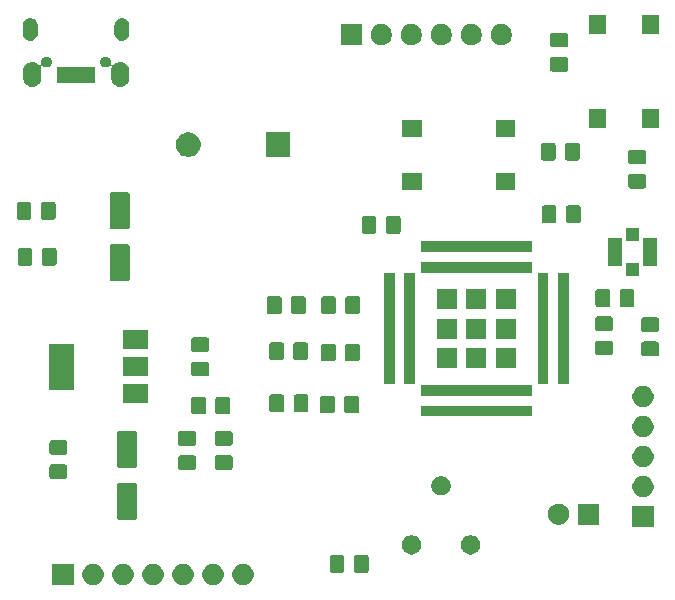
<source format=gbr>
G04 #@! TF.GenerationSoftware,KiCad,Pcbnew,5.1.5-52549c5~84~ubuntu18.04.1*
G04 #@! TF.CreationDate,2020-02-13T09:09:10+01:00*
G04 #@! TF.ProjectId,project,70726f6a-6563-4742-9e6b-696361645f70,rev?*
G04 #@! TF.SameCoordinates,Original*
G04 #@! TF.FileFunction,Soldermask,Top*
G04 #@! TF.FilePolarity,Negative*
%FSLAX46Y46*%
G04 Gerber Fmt 4.6, Leading zero omitted, Abs format (unit mm)*
G04 Created by KiCad (PCBNEW 5.1.5-52549c5~84~ubuntu18.04.1) date 2020-02-13 09:09:10*
%MOMM*%
%LPD*%
G04 APERTURE LIST*
%ADD10C,0.100000*%
G04 APERTURE END LIST*
D10*
G36*
X64353512Y-82103927D02*
G01*
X64502812Y-82133624D01*
X64666784Y-82201544D01*
X64814354Y-82300147D01*
X64939853Y-82425646D01*
X65038456Y-82573216D01*
X65106376Y-82737188D01*
X65141000Y-82911259D01*
X65141000Y-83088741D01*
X65106376Y-83262812D01*
X65038456Y-83426784D01*
X64939853Y-83574354D01*
X64814354Y-83699853D01*
X64666784Y-83798456D01*
X64502812Y-83866376D01*
X64353512Y-83896073D01*
X64328742Y-83901000D01*
X64151258Y-83901000D01*
X64126488Y-83896073D01*
X63977188Y-83866376D01*
X63813216Y-83798456D01*
X63665646Y-83699853D01*
X63540147Y-83574354D01*
X63441544Y-83426784D01*
X63373624Y-83262812D01*
X63339000Y-83088741D01*
X63339000Y-82911259D01*
X63373624Y-82737188D01*
X63441544Y-82573216D01*
X63540147Y-82425646D01*
X63665646Y-82300147D01*
X63813216Y-82201544D01*
X63977188Y-82133624D01*
X64126488Y-82103927D01*
X64151258Y-82099000D01*
X64328742Y-82099000D01*
X64353512Y-82103927D01*
G37*
G36*
X61813512Y-82103927D02*
G01*
X61962812Y-82133624D01*
X62126784Y-82201544D01*
X62274354Y-82300147D01*
X62399853Y-82425646D01*
X62498456Y-82573216D01*
X62566376Y-82737188D01*
X62601000Y-82911259D01*
X62601000Y-83088741D01*
X62566376Y-83262812D01*
X62498456Y-83426784D01*
X62399853Y-83574354D01*
X62274354Y-83699853D01*
X62126784Y-83798456D01*
X61962812Y-83866376D01*
X61813512Y-83896073D01*
X61788742Y-83901000D01*
X61611258Y-83901000D01*
X61586488Y-83896073D01*
X61437188Y-83866376D01*
X61273216Y-83798456D01*
X61125646Y-83699853D01*
X61000147Y-83574354D01*
X60901544Y-83426784D01*
X60833624Y-83262812D01*
X60799000Y-83088741D01*
X60799000Y-82911259D01*
X60833624Y-82737188D01*
X60901544Y-82573216D01*
X61000147Y-82425646D01*
X61125646Y-82300147D01*
X61273216Y-82201544D01*
X61437188Y-82133624D01*
X61586488Y-82103927D01*
X61611258Y-82099000D01*
X61788742Y-82099000D01*
X61813512Y-82103927D01*
G37*
G36*
X49901000Y-83901000D02*
G01*
X48099000Y-83901000D01*
X48099000Y-82099000D01*
X49901000Y-82099000D01*
X49901000Y-83901000D01*
G37*
G36*
X51653512Y-82103927D02*
G01*
X51802812Y-82133624D01*
X51966784Y-82201544D01*
X52114354Y-82300147D01*
X52239853Y-82425646D01*
X52338456Y-82573216D01*
X52406376Y-82737188D01*
X52441000Y-82911259D01*
X52441000Y-83088741D01*
X52406376Y-83262812D01*
X52338456Y-83426784D01*
X52239853Y-83574354D01*
X52114354Y-83699853D01*
X51966784Y-83798456D01*
X51802812Y-83866376D01*
X51653512Y-83896073D01*
X51628742Y-83901000D01*
X51451258Y-83901000D01*
X51426488Y-83896073D01*
X51277188Y-83866376D01*
X51113216Y-83798456D01*
X50965646Y-83699853D01*
X50840147Y-83574354D01*
X50741544Y-83426784D01*
X50673624Y-83262812D01*
X50639000Y-83088741D01*
X50639000Y-82911259D01*
X50673624Y-82737188D01*
X50741544Y-82573216D01*
X50840147Y-82425646D01*
X50965646Y-82300147D01*
X51113216Y-82201544D01*
X51277188Y-82133624D01*
X51426488Y-82103927D01*
X51451258Y-82099000D01*
X51628742Y-82099000D01*
X51653512Y-82103927D01*
G37*
G36*
X56733512Y-82103927D02*
G01*
X56882812Y-82133624D01*
X57046784Y-82201544D01*
X57194354Y-82300147D01*
X57319853Y-82425646D01*
X57418456Y-82573216D01*
X57486376Y-82737188D01*
X57521000Y-82911259D01*
X57521000Y-83088741D01*
X57486376Y-83262812D01*
X57418456Y-83426784D01*
X57319853Y-83574354D01*
X57194354Y-83699853D01*
X57046784Y-83798456D01*
X56882812Y-83866376D01*
X56733512Y-83896073D01*
X56708742Y-83901000D01*
X56531258Y-83901000D01*
X56506488Y-83896073D01*
X56357188Y-83866376D01*
X56193216Y-83798456D01*
X56045646Y-83699853D01*
X55920147Y-83574354D01*
X55821544Y-83426784D01*
X55753624Y-83262812D01*
X55719000Y-83088741D01*
X55719000Y-82911259D01*
X55753624Y-82737188D01*
X55821544Y-82573216D01*
X55920147Y-82425646D01*
X56045646Y-82300147D01*
X56193216Y-82201544D01*
X56357188Y-82133624D01*
X56506488Y-82103927D01*
X56531258Y-82099000D01*
X56708742Y-82099000D01*
X56733512Y-82103927D01*
G37*
G36*
X54193512Y-82103927D02*
G01*
X54342812Y-82133624D01*
X54506784Y-82201544D01*
X54654354Y-82300147D01*
X54779853Y-82425646D01*
X54878456Y-82573216D01*
X54946376Y-82737188D01*
X54981000Y-82911259D01*
X54981000Y-83088741D01*
X54946376Y-83262812D01*
X54878456Y-83426784D01*
X54779853Y-83574354D01*
X54654354Y-83699853D01*
X54506784Y-83798456D01*
X54342812Y-83866376D01*
X54193512Y-83896073D01*
X54168742Y-83901000D01*
X53991258Y-83901000D01*
X53966488Y-83896073D01*
X53817188Y-83866376D01*
X53653216Y-83798456D01*
X53505646Y-83699853D01*
X53380147Y-83574354D01*
X53281544Y-83426784D01*
X53213624Y-83262812D01*
X53179000Y-83088741D01*
X53179000Y-82911259D01*
X53213624Y-82737188D01*
X53281544Y-82573216D01*
X53380147Y-82425646D01*
X53505646Y-82300147D01*
X53653216Y-82201544D01*
X53817188Y-82133624D01*
X53966488Y-82103927D01*
X53991258Y-82099000D01*
X54168742Y-82099000D01*
X54193512Y-82103927D01*
G37*
G36*
X59273512Y-82103927D02*
G01*
X59422812Y-82133624D01*
X59586784Y-82201544D01*
X59734354Y-82300147D01*
X59859853Y-82425646D01*
X59958456Y-82573216D01*
X60026376Y-82737188D01*
X60061000Y-82911259D01*
X60061000Y-83088741D01*
X60026376Y-83262812D01*
X59958456Y-83426784D01*
X59859853Y-83574354D01*
X59734354Y-83699853D01*
X59586784Y-83798456D01*
X59422812Y-83866376D01*
X59273512Y-83896073D01*
X59248742Y-83901000D01*
X59071258Y-83901000D01*
X59046488Y-83896073D01*
X58897188Y-83866376D01*
X58733216Y-83798456D01*
X58585646Y-83699853D01*
X58460147Y-83574354D01*
X58361544Y-83426784D01*
X58293624Y-83262812D01*
X58259000Y-83088741D01*
X58259000Y-82911259D01*
X58293624Y-82737188D01*
X58361544Y-82573216D01*
X58460147Y-82425646D01*
X58585646Y-82300147D01*
X58733216Y-82201544D01*
X58897188Y-82133624D01*
X59046488Y-82103927D01*
X59071258Y-82099000D01*
X59248742Y-82099000D01*
X59273512Y-82103927D01*
G37*
G36*
X72663674Y-81353465D02*
G01*
X72701367Y-81364899D01*
X72736103Y-81383466D01*
X72766548Y-81408452D01*
X72791534Y-81438897D01*
X72810101Y-81473633D01*
X72821535Y-81511326D01*
X72826000Y-81556661D01*
X72826000Y-82643339D01*
X72821535Y-82688674D01*
X72810101Y-82726367D01*
X72791534Y-82761103D01*
X72766548Y-82791548D01*
X72736103Y-82816534D01*
X72701367Y-82835101D01*
X72663674Y-82846535D01*
X72618339Y-82851000D01*
X71781661Y-82851000D01*
X71736326Y-82846535D01*
X71698633Y-82835101D01*
X71663897Y-82816534D01*
X71633452Y-82791548D01*
X71608466Y-82761103D01*
X71589899Y-82726367D01*
X71578465Y-82688674D01*
X71574000Y-82643339D01*
X71574000Y-81556661D01*
X71578465Y-81511326D01*
X71589899Y-81473633D01*
X71608466Y-81438897D01*
X71633452Y-81408452D01*
X71663897Y-81383466D01*
X71698633Y-81364899D01*
X71736326Y-81353465D01*
X71781661Y-81349000D01*
X72618339Y-81349000D01*
X72663674Y-81353465D01*
G37*
G36*
X74713674Y-81353465D02*
G01*
X74751367Y-81364899D01*
X74786103Y-81383466D01*
X74816548Y-81408452D01*
X74841534Y-81438897D01*
X74860101Y-81473633D01*
X74871535Y-81511326D01*
X74876000Y-81556661D01*
X74876000Y-82643339D01*
X74871535Y-82688674D01*
X74860101Y-82726367D01*
X74841534Y-82761103D01*
X74816548Y-82791548D01*
X74786103Y-82816534D01*
X74751367Y-82835101D01*
X74713674Y-82846535D01*
X74668339Y-82851000D01*
X73831661Y-82851000D01*
X73786326Y-82846535D01*
X73748633Y-82835101D01*
X73713897Y-82816534D01*
X73683452Y-82791548D01*
X73658466Y-82761103D01*
X73639899Y-82726367D01*
X73628465Y-82688674D01*
X73624000Y-82643339D01*
X73624000Y-81556661D01*
X73628465Y-81511326D01*
X73639899Y-81473633D01*
X73658466Y-81438897D01*
X73683452Y-81408452D01*
X73713897Y-81383466D01*
X73748633Y-81364899D01*
X73786326Y-81353465D01*
X73831661Y-81349000D01*
X74668339Y-81349000D01*
X74713674Y-81353465D01*
G37*
G36*
X83737142Y-79718242D02*
G01*
X83885101Y-79779529D01*
X84018255Y-79868499D01*
X84131501Y-79981745D01*
X84220471Y-80114899D01*
X84281758Y-80262858D01*
X84313000Y-80419925D01*
X84313000Y-80580075D01*
X84281758Y-80737142D01*
X84220471Y-80885101D01*
X84131501Y-81018255D01*
X84018255Y-81131501D01*
X83885101Y-81220471D01*
X83737142Y-81281758D01*
X83580075Y-81313000D01*
X83419925Y-81313000D01*
X83262858Y-81281758D01*
X83114899Y-81220471D01*
X82981745Y-81131501D01*
X82868499Y-81018255D01*
X82779529Y-80885101D01*
X82718242Y-80737142D01*
X82687000Y-80580075D01*
X82687000Y-80419925D01*
X82718242Y-80262858D01*
X82779529Y-80114899D01*
X82868499Y-79981745D01*
X82981745Y-79868499D01*
X83114899Y-79779529D01*
X83262858Y-79718242D01*
X83419925Y-79687000D01*
X83580075Y-79687000D01*
X83737142Y-79718242D01*
G37*
G36*
X78737142Y-79718242D02*
G01*
X78885101Y-79779529D01*
X79018255Y-79868499D01*
X79131501Y-79981745D01*
X79220471Y-80114899D01*
X79281758Y-80262858D01*
X79313000Y-80419925D01*
X79313000Y-80580075D01*
X79281758Y-80737142D01*
X79220471Y-80885101D01*
X79131501Y-81018255D01*
X79018255Y-81131501D01*
X78885101Y-81220471D01*
X78737142Y-81281758D01*
X78580075Y-81313000D01*
X78419925Y-81313000D01*
X78262858Y-81281758D01*
X78114899Y-81220471D01*
X77981745Y-81131501D01*
X77868499Y-81018255D01*
X77779529Y-80885101D01*
X77718242Y-80737142D01*
X77687000Y-80580075D01*
X77687000Y-80419925D01*
X77718242Y-80262858D01*
X77779529Y-80114899D01*
X77868499Y-79981745D01*
X77981745Y-79868499D01*
X78114899Y-79779529D01*
X78262858Y-79718242D01*
X78419925Y-79687000D01*
X78580075Y-79687000D01*
X78737142Y-79718242D01*
G37*
G36*
X99001000Y-79001000D02*
G01*
X97199000Y-79001000D01*
X97199000Y-77199000D01*
X99001000Y-77199000D01*
X99001000Y-79001000D01*
G37*
G36*
X94401000Y-78801000D02*
G01*
X92599000Y-78801000D01*
X92599000Y-76999000D01*
X94401000Y-76999000D01*
X94401000Y-78801000D01*
G37*
G36*
X91073512Y-77003927D02*
G01*
X91222812Y-77033624D01*
X91386784Y-77101544D01*
X91534354Y-77200147D01*
X91659853Y-77325646D01*
X91758456Y-77473216D01*
X91826376Y-77637188D01*
X91861000Y-77811259D01*
X91861000Y-77988741D01*
X91826376Y-78162812D01*
X91758456Y-78326784D01*
X91659853Y-78474354D01*
X91534354Y-78599853D01*
X91386784Y-78698456D01*
X91222812Y-78766376D01*
X91073512Y-78796073D01*
X91048742Y-78801000D01*
X90871258Y-78801000D01*
X90846488Y-78796073D01*
X90697188Y-78766376D01*
X90533216Y-78698456D01*
X90385646Y-78599853D01*
X90260147Y-78474354D01*
X90161544Y-78326784D01*
X90093624Y-78162812D01*
X90059000Y-77988741D01*
X90059000Y-77811259D01*
X90093624Y-77637188D01*
X90161544Y-77473216D01*
X90260147Y-77325646D01*
X90385646Y-77200147D01*
X90533216Y-77101544D01*
X90697188Y-77033624D01*
X90846488Y-77003927D01*
X90871258Y-76999000D01*
X91048742Y-76999000D01*
X91073512Y-77003927D01*
G37*
G36*
X55105997Y-75253051D02*
G01*
X55139652Y-75263261D01*
X55170665Y-75279838D01*
X55197851Y-75302149D01*
X55220162Y-75329335D01*
X55236739Y-75360348D01*
X55246949Y-75394003D01*
X55251000Y-75435138D01*
X55251000Y-78164862D01*
X55246949Y-78205997D01*
X55236739Y-78239652D01*
X55220162Y-78270665D01*
X55197851Y-78297851D01*
X55170665Y-78320162D01*
X55139652Y-78336739D01*
X55105997Y-78346949D01*
X55064862Y-78351000D01*
X53735138Y-78351000D01*
X53694003Y-78346949D01*
X53660348Y-78336739D01*
X53629335Y-78320162D01*
X53602149Y-78297851D01*
X53579838Y-78270665D01*
X53563261Y-78239652D01*
X53553051Y-78205997D01*
X53549000Y-78164862D01*
X53549000Y-75435138D01*
X53553051Y-75394003D01*
X53563261Y-75360348D01*
X53579838Y-75329335D01*
X53602149Y-75302149D01*
X53629335Y-75279838D01*
X53660348Y-75263261D01*
X53694003Y-75253051D01*
X53735138Y-75249000D01*
X55064862Y-75249000D01*
X55105997Y-75253051D01*
G37*
G36*
X98213512Y-74663927D02*
G01*
X98362812Y-74693624D01*
X98526784Y-74761544D01*
X98674354Y-74860147D01*
X98799853Y-74985646D01*
X98898456Y-75133216D01*
X98966376Y-75297188D01*
X99001000Y-75471259D01*
X99001000Y-75648741D01*
X98966376Y-75822812D01*
X98898456Y-75986784D01*
X98799853Y-76134354D01*
X98674354Y-76259853D01*
X98526784Y-76358456D01*
X98362812Y-76426376D01*
X98213512Y-76456073D01*
X98188742Y-76461000D01*
X98011258Y-76461000D01*
X97986488Y-76456073D01*
X97837188Y-76426376D01*
X97673216Y-76358456D01*
X97525646Y-76259853D01*
X97400147Y-76134354D01*
X97301544Y-75986784D01*
X97233624Y-75822812D01*
X97199000Y-75648741D01*
X97199000Y-75471259D01*
X97233624Y-75297188D01*
X97301544Y-75133216D01*
X97400147Y-74985646D01*
X97525646Y-74860147D01*
X97673216Y-74761544D01*
X97837188Y-74693624D01*
X97986488Y-74663927D01*
X98011258Y-74659000D01*
X98188742Y-74659000D01*
X98213512Y-74663927D01*
G37*
G36*
X81237142Y-74718242D02*
G01*
X81385101Y-74779529D01*
X81518255Y-74868499D01*
X81631501Y-74981745D01*
X81720471Y-75114899D01*
X81781758Y-75262858D01*
X81813000Y-75419925D01*
X81813000Y-75580075D01*
X81781758Y-75737142D01*
X81720471Y-75885101D01*
X81631501Y-76018255D01*
X81518255Y-76131501D01*
X81385101Y-76220471D01*
X81237142Y-76281758D01*
X81080075Y-76313000D01*
X80919925Y-76313000D01*
X80762858Y-76281758D01*
X80614899Y-76220471D01*
X80481745Y-76131501D01*
X80368499Y-76018255D01*
X80279529Y-75885101D01*
X80218242Y-75737142D01*
X80187000Y-75580075D01*
X80187000Y-75419925D01*
X80218242Y-75262858D01*
X80279529Y-75114899D01*
X80368499Y-74981745D01*
X80481745Y-74868499D01*
X80614899Y-74779529D01*
X80762858Y-74718242D01*
X80919925Y-74687000D01*
X81080075Y-74687000D01*
X81237142Y-74718242D01*
G37*
G36*
X49188674Y-73678465D02*
G01*
X49226367Y-73689899D01*
X49261103Y-73708466D01*
X49291548Y-73733452D01*
X49316534Y-73763897D01*
X49335101Y-73798633D01*
X49346535Y-73836326D01*
X49351000Y-73881661D01*
X49351000Y-74718339D01*
X49346535Y-74763674D01*
X49335101Y-74801367D01*
X49316534Y-74836103D01*
X49291548Y-74866548D01*
X49261103Y-74891534D01*
X49226367Y-74910101D01*
X49188674Y-74921535D01*
X49143339Y-74926000D01*
X48056661Y-74926000D01*
X48011326Y-74921535D01*
X47973633Y-74910101D01*
X47938897Y-74891534D01*
X47908452Y-74866548D01*
X47883466Y-74836103D01*
X47864899Y-74801367D01*
X47853465Y-74763674D01*
X47849000Y-74718339D01*
X47849000Y-73881661D01*
X47853465Y-73836326D01*
X47864899Y-73798633D01*
X47883466Y-73763897D01*
X47908452Y-73733452D01*
X47938897Y-73708466D01*
X47973633Y-73689899D01*
X48011326Y-73678465D01*
X48056661Y-73674000D01*
X49143339Y-73674000D01*
X49188674Y-73678465D01*
G37*
G36*
X60088674Y-72903465D02*
G01*
X60126367Y-72914899D01*
X60161103Y-72933466D01*
X60191548Y-72958452D01*
X60216534Y-72988897D01*
X60235101Y-73023633D01*
X60246535Y-73061326D01*
X60251000Y-73106661D01*
X60251000Y-73943339D01*
X60246535Y-73988674D01*
X60235101Y-74026367D01*
X60216534Y-74061103D01*
X60191548Y-74091548D01*
X60161103Y-74116534D01*
X60126367Y-74135101D01*
X60088674Y-74146535D01*
X60043339Y-74151000D01*
X58956661Y-74151000D01*
X58911326Y-74146535D01*
X58873633Y-74135101D01*
X58838897Y-74116534D01*
X58808452Y-74091548D01*
X58783466Y-74061103D01*
X58764899Y-74026367D01*
X58753465Y-73988674D01*
X58749000Y-73943339D01*
X58749000Y-73106661D01*
X58753465Y-73061326D01*
X58764899Y-73023633D01*
X58783466Y-72988897D01*
X58808452Y-72958452D01*
X58838897Y-72933466D01*
X58873633Y-72914899D01*
X58911326Y-72903465D01*
X58956661Y-72899000D01*
X60043339Y-72899000D01*
X60088674Y-72903465D01*
G37*
G36*
X63188674Y-72903465D02*
G01*
X63226367Y-72914899D01*
X63261103Y-72933466D01*
X63291548Y-72958452D01*
X63316534Y-72988897D01*
X63335101Y-73023633D01*
X63346535Y-73061326D01*
X63351000Y-73106661D01*
X63351000Y-73943339D01*
X63346535Y-73988674D01*
X63335101Y-74026367D01*
X63316534Y-74061103D01*
X63291548Y-74091548D01*
X63261103Y-74116534D01*
X63226367Y-74135101D01*
X63188674Y-74146535D01*
X63143339Y-74151000D01*
X62056661Y-74151000D01*
X62011326Y-74146535D01*
X61973633Y-74135101D01*
X61938897Y-74116534D01*
X61908452Y-74091548D01*
X61883466Y-74061103D01*
X61864899Y-74026367D01*
X61853465Y-73988674D01*
X61849000Y-73943339D01*
X61849000Y-73106661D01*
X61853465Y-73061326D01*
X61864899Y-73023633D01*
X61883466Y-72988897D01*
X61908452Y-72958452D01*
X61938897Y-72933466D01*
X61973633Y-72914899D01*
X62011326Y-72903465D01*
X62056661Y-72899000D01*
X63143339Y-72899000D01*
X63188674Y-72903465D01*
G37*
G36*
X55105997Y-70853051D02*
G01*
X55139652Y-70863261D01*
X55170665Y-70879838D01*
X55197851Y-70902149D01*
X55220162Y-70929335D01*
X55236739Y-70960348D01*
X55246949Y-70994003D01*
X55251000Y-71035138D01*
X55251000Y-73764862D01*
X55246949Y-73805997D01*
X55236739Y-73839652D01*
X55220162Y-73870665D01*
X55197851Y-73897851D01*
X55170665Y-73920162D01*
X55139652Y-73936739D01*
X55105997Y-73946949D01*
X55064862Y-73951000D01*
X53735138Y-73951000D01*
X53694003Y-73946949D01*
X53660348Y-73936739D01*
X53629335Y-73920162D01*
X53602149Y-73897851D01*
X53579838Y-73870665D01*
X53563261Y-73839652D01*
X53553051Y-73805997D01*
X53549000Y-73764862D01*
X53549000Y-71035138D01*
X53553051Y-70994003D01*
X53563261Y-70960348D01*
X53579838Y-70929335D01*
X53602149Y-70902149D01*
X53629335Y-70879838D01*
X53660348Y-70863261D01*
X53694003Y-70853051D01*
X53735138Y-70849000D01*
X55064862Y-70849000D01*
X55105997Y-70853051D01*
G37*
G36*
X98213512Y-72123927D02*
G01*
X98362812Y-72153624D01*
X98526784Y-72221544D01*
X98674354Y-72320147D01*
X98799853Y-72445646D01*
X98898456Y-72593216D01*
X98966376Y-72757188D01*
X98994583Y-72899000D01*
X99001000Y-72931258D01*
X99001000Y-73108742D01*
X98996073Y-73133512D01*
X98966376Y-73282812D01*
X98898456Y-73446784D01*
X98799853Y-73594354D01*
X98674354Y-73719853D01*
X98526784Y-73818456D01*
X98362812Y-73886376D01*
X98213512Y-73916073D01*
X98188742Y-73921000D01*
X98011258Y-73921000D01*
X97986488Y-73916073D01*
X97837188Y-73886376D01*
X97673216Y-73818456D01*
X97525646Y-73719853D01*
X97400147Y-73594354D01*
X97301544Y-73446784D01*
X97233624Y-73282812D01*
X97203927Y-73133512D01*
X97199000Y-73108742D01*
X97199000Y-72931258D01*
X97205417Y-72899000D01*
X97233624Y-72757188D01*
X97301544Y-72593216D01*
X97400147Y-72445646D01*
X97525646Y-72320147D01*
X97673216Y-72221544D01*
X97837188Y-72153624D01*
X97986488Y-72123927D01*
X98011258Y-72119000D01*
X98188742Y-72119000D01*
X98213512Y-72123927D01*
G37*
G36*
X49188674Y-71628465D02*
G01*
X49226367Y-71639899D01*
X49261103Y-71658466D01*
X49291548Y-71683452D01*
X49316534Y-71713897D01*
X49335101Y-71748633D01*
X49346535Y-71786326D01*
X49351000Y-71831661D01*
X49351000Y-72668339D01*
X49346535Y-72713674D01*
X49335101Y-72751367D01*
X49316534Y-72786103D01*
X49291548Y-72816548D01*
X49261103Y-72841534D01*
X49226367Y-72860101D01*
X49188674Y-72871535D01*
X49143339Y-72876000D01*
X48056661Y-72876000D01*
X48011326Y-72871535D01*
X47973633Y-72860101D01*
X47938897Y-72841534D01*
X47908452Y-72816548D01*
X47883466Y-72786103D01*
X47864899Y-72751367D01*
X47853465Y-72713674D01*
X47849000Y-72668339D01*
X47849000Y-71831661D01*
X47853465Y-71786326D01*
X47864899Y-71748633D01*
X47883466Y-71713897D01*
X47908452Y-71683452D01*
X47938897Y-71658466D01*
X47973633Y-71639899D01*
X48011326Y-71628465D01*
X48056661Y-71624000D01*
X49143339Y-71624000D01*
X49188674Y-71628465D01*
G37*
G36*
X60088674Y-70853465D02*
G01*
X60126367Y-70864899D01*
X60161103Y-70883466D01*
X60191548Y-70908452D01*
X60216534Y-70938897D01*
X60235101Y-70973633D01*
X60246535Y-71011326D01*
X60251000Y-71056661D01*
X60251000Y-71893339D01*
X60246535Y-71938674D01*
X60235101Y-71976367D01*
X60216534Y-72011103D01*
X60191548Y-72041548D01*
X60161103Y-72066534D01*
X60126367Y-72085101D01*
X60088674Y-72096535D01*
X60043339Y-72101000D01*
X58956661Y-72101000D01*
X58911326Y-72096535D01*
X58873633Y-72085101D01*
X58838897Y-72066534D01*
X58808452Y-72041548D01*
X58783466Y-72011103D01*
X58764899Y-71976367D01*
X58753465Y-71938674D01*
X58749000Y-71893339D01*
X58749000Y-71056661D01*
X58753465Y-71011326D01*
X58764899Y-70973633D01*
X58783466Y-70938897D01*
X58808452Y-70908452D01*
X58838897Y-70883466D01*
X58873633Y-70864899D01*
X58911326Y-70853465D01*
X58956661Y-70849000D01*
X60043339Y-70849000D01*
X60088674Y-70853465D01*
G37*
G36*
X63188674Y-70853465D02*
G01*
X63226367Y-70864899D01*
X63261103Y-70883466D01*
X63291548Y-70908452D01*
X63316534Y-70938897D01*
X63335101Y-70973633D01*
X63346535Y-71011326D01*
X63351000Y-71056661D01*
X63351000Y-71893339D01*
X63346535Y-71938674D01*
X63335101Y-71976367D01*
X63316534Y-72011103D01*
X63291548Y-72041548D01*
X63261103Y-72066534D01*
X63226367Y-72085101D01*
X63188674Y-72096535D01*
X63143339Y-72101000D01*
X62056661Y-72101000D01*
X62011326Y-72096535D01*
X61973633Y-72085101D01*
X61938897Y-72066534D01*
X61908452Y-72041548D01*
X61883466Y-72011103D01*
X61864899Y-71976367D01*
X61853465Y-71938674D01*
X61849000Y-71893339D01*
X61849000Y-71056661D01*
X61853465Y-71011326D01*
X61864899Y-70973633D01*
X61883466Y-70938897D01*
X61908452Y-70908452D01*
X61938897Y-70883466D01*
X61973633Y-70864899D01*
X62011326Y-70853465D01*
X62056661Y-70849000D01*
X63143339Y-70849000D01*
X63188674Y-70853465D01*
G37*
G36*
X98213512Y-69583927D02*
G01*
X98362812Y-69613624D01*
X98526784Y-69681544D01*
X98674354Y-69780147D01*
X98799853Y-69905646D01*
X98898456Y-70053216D01*
X98966376Y-70217188D01*
X99001000Y-70391259D01*
X99001000Y-70568741D01*
X98966376Y-70742812D01*
X98898456Y-70906784D01*
X98799853Y-71054354D01*
X98674354Y-71179853D01*
X98526784Y-71278456D01*
X98362812Y-71346376D01*
X98213512Y-71376073D01*
X98188742Y-71381000D01*
X98011258Y-71381000D01*
X97986488Y-71376073D01*
X97837188Y-71346376D01*
X97673216Y-71278456D01*
X97525646Y-71179853D01*
X97400147Y-71054354D01*
X97301544Y-70906784D01*
X97233624Y-70742812D01*
X97199000Y-70568741D01*
X97199000Y-70391259D01*
X97233624Y-70217188D01*
X97301544Y-70053216D01*
X97400147Y-69905646D01*
X97525646Y-69780147D01*
X97673216Y-69681544D01*
X97837188Y-69613624D01*
X97986488Y-69583927D01*
X98011258Y-69579000D01*
X98188742Y-69579000D01*
X98213512Y-69583927D01*
G37*
G36*
X88701000Y-69601000D02*
G01*
X79299000Y-69601000D01*
X79299000Y-68699000D01*
X88701000Y-68699000D01*
X88701000Y-69601000D01*
G37*
G36*
X60938674Y-67953465D02*
G01*
X60976367Y-67964899D01*
X61011103Y-67983466D01*
X61041548Y-68008452D01*
X61066534Y-68038897D01*
X61085101Y-68073633D01*
X61096535Y-68111326D01*
X61101000Y-68156661D01*
X61101000Y-69243339D01*
X61096535Y-69288674D01*
X61085101Y-69326367D01*
X61066534Y-69361103D01*
X61041548Y-69391548D01*
X61011103Y-69416534D01*
X60976367Y-69435101D01*
X60938674Y-69446535D01*
X60893339Y-69451000D01*
X60056661Y-69451000D01*
X60011326Y-69446535D01*
X59973633Y-69435101D01*
X59938897Y-69416534D01*
X59908452Y-69391548D01*
X59883466Y-69361103D01*
X59864899Y-69326367D01*
X59853465Y-69288674D01*
X59849000Y-69243339D01*
X59849000Y-68156661D01*
X59853465Y-68111326D01*
X59864899Y-68073633D01*
X59883466Y-68038897D01*
X59908452Y-68008452D01*
X59938897Y-67983466D01*
X59973633Y-67964899D01*
X60011326Y-67953465D01*
X60056661Y-67949000D01*
X60893339Y-67949000D01*
X60938674Y-67953465D01*
G37*
G36*
X62988674Y-67953465D02*
G01*
X63026367Y-67964899D01*
X63061103Y-67983466D01*
X63091548Y-68008452D01*
X63116534Y-68038897D01*
X63135101Y-68073633D01*
X63146535Y-68111326D01*
X63151000Y-68156661D01*
X63151000Y-69243339D01*
X63146535Y-69288674D01*
X63135101Y-69326367D01*
X63116534Y-69361103D01*
X63091548Y-69391548D01*
X63061103Y-69416534D01*
X63026367Y-69435101D01*
X62988674Y-69446535D01*
X62943339Y-69451000D01*
X62106661Y-69451000D01*
X62061326Y-69446535D01*
X62023633Y-69435101D01*
X61988897Y-69416534D01*
X61958452Y-69391548D01*
X61933466Y-69361103D01*
X61914899Y-69326367D01*
X61903465Y-69288674D01*
X61899000Y-69243339D01*
X61899000Y-68156661D01*
X61903465Y-68111326D01*
X61914899Y-68073633D01*
X61933466Y-68038897D01*
X61958452Y-68008452D01*
X61988897Y-67983466D01*
X62023633Y-67964899D01*
X62061326Y-67953465D01*
X62106661Y-67949000D01*
X62943339Y-67949000D01*
X62988674Y-67953465D01*
G37*
G36*
X71838674Y-67853465D02*
G01*
X71876367Y-67864899D01*
X71911103Y-67883466D01*
X71941548Y-67908452D01*
X71966534Y-67938897D01*
X71985101Y-67973633D01*
X71996535Y-68011326D01*
X72001000Y-68056661D01*
X72001000Y-69143339D01*
X71996535Y-69188674D01*
X71985101Y-69226367D01*
X71966534Y-69261103D01*
X71941548Y-69291548D01*
X71911103Y-69316534D01*
X71876367Y-69335101D01*
X71838674Y-69346535D01*
X71793339Y-69351000D01*
X70956661Y-69351000D01*
X70911326Y-69346535D01*
X70873633Y-69335101D01*
X70838897Y-69316534D01*
X70808452Y-69291548D01*
X70783466Y-69261103D01*
X70764899Y-69226367D01*
X70753465Y-69188674D01*
X70749000Y-69143339D01*
X70749000Y-68056661D01*
X70753465Y-68011326D01*
X70764899Y-67973633D01*
X70783466Y-67938897D01*
X70808452Y-67908452D01*
X70838897Y-67883466D01*
X70873633Y-67864899D01*
X70911326Y-67853465D01*
X70956661Y-67849000D01*
X71793339Y-67849000D01*
X71838674Y-67853465D01*
G37*
G36*
X73888674Y-67853465D02*
G01*
X73926367Y-67864899D01*
X73961103Y-67883466D01*
X73991548Y-67908452D01*
X74016534Y-67938897D01*
X74035101Y-67973633D01*
X74046535Y-68011326D01*
X74051000Y-68056661D01*
X74051000Y-69143339D01*
X74046535Y-69188674D01*
X74035101Y-69226367D01*
X74016534Y-69261103D01*
X73991548Y-69291548D01*
X73961103Y-69316534D01*
X73926367Y-69335101D01*
X73888674Y-69346535D01*
X73843339Y-69351000D01*
X73006661Y-69351000D01*
X72961326Y-69346535D01*
X72923633Y-69335101D01*
X72888897Y-69316534D01*
X72858452Y-69291548D01*
X72833466Y-69261103D01*
X72814899Y-69226367D01*
X72803465Y-69188674D01*
X72799000Y-69143339D01*
X72799000Y-68056661D01*
X72803465Y-68011326D01*
X72814899Y-67973633D01*
X72833466Y-67938897D01*
X72858452Y-67908452D01*
X72888897Y-67883466D01*
X72923633Y-67864899D01*
X72961326Y-67853465D01*
X73006661Y-67849000D01*
X73843339Y-67849000D01*
X73888674Y-67853465D01*
G37*
G36*
X67563674Y-67753465D02*
G01*
X67601367Y-67764899D01*
X67636103Y-67783466D01*
X67666548Y-67808452D01*
X67691534Y-67838897D01*
X67710101Y-67873633D01*
X67721535Y-67911326D01*
X67726000Y-67956661D01*
X67726000Y-69043339D01*
X67721535Y-69088674D01*
X67710101Y-69126367D01*
X67691534Y-69161103D01*
X67666548Y-69191548D01*
X67636103Y-69216534D01*
X67601367Y-69235101D01*
X67563674Y-69246535D01*
X67518339Y-69251000D01*
X66681661Y-69251000D01*
X66636326Y-69246535D01*
X66598633Y-69235101D01*
X66563897Y-69216534D01*
X66533452Y-69191548D01*
X66508466Y-69161103D01*
X66489899Y-69126367D01*
X66478465Y-69088674D01*
X66474000Y-69043339D01*
X66474000Y-67956661D01*
X66478465Y-67911326D01*
X66489899Y-67873633D01*
X66508466Y-67838897D01*
X66533452Y-67808452D01*
X66563897Y-67783466D01*
X66598633Y-67764899D01*
X66636326Y-67753465D01*
X66681661Y-67749000D01*
X67518339Y-67749000D01*
X67563674Y-67753465D01*
G37*
G36*
X69613674Y-67753465D02*
G01*
X69651367Y-67764899D01*
X69686103Y-67783466D01*
X69716548Y-67808452D01*
X69741534Y-67838897D01*
X69760101Y-67873633D01*
X69771535Y-67911326D01*
X69776000Y-67956661D01*
X69776000Y-69043339D01*
X69771535Y-69088674D01*
X69760101Y-69126367D01*
X69741534Y-69161103D01*
X69716548Y-69191548D01*
X69686103Y-69216534D01*
X69651367Y-69235101D01*
X69613674Y-69246535D01*
X69568339Y-69251000D01*
X68731661Y-69251000D01*
X68686326Y-69246535D01*
X68648633Y-69235101D01*
X68613897Y-69216534D01*
X68583452Y-69191548D01*
X68558466Y-69161103D01*
X68539899Y-69126367D01*
X68528465Y-69088674D01*
X68524000Y-69043339D01*
X68524000Y-67956661D01*
X68528465Y-67911326D01*
X68539899Y-67873633D01*
X68558466Y-67838897D01*
X68583452Y-67808452D01*
X68613897Y-67783466D01*
X68648633Y-67764899D01*
X68686326Y-67753465D01*
X68731661Y-67749000D01*
X69568339Y-67749000D01*
X69613674Y-67753465D01*
G37*
G36*
X98213512Y-67043927D02*
G01*
X98362812Y-67073624D01*
X98526784Y-67141544D01*
X98674354Y-67240147D01*
X98799853Y-67365646D01*
X98898456Y-67513216D01*
X98966376Y-67677188D01*
X98992485Y-67808452D01*
X99000949Y-67851000D01*
X99001000Y-67851259D01*
X99001000Y-68028741D01*
X98966376Y-68202812D01*
X98898456Y-68366784D01*
X98799853Y-68514354D01*
X98674354Y-68639853D01*
X98526784Y-68738456D01*
X98362812Y-68806376D01*
X98213512Y-68836073D01*
X98188742Y-68841000D01*
X98011258Y-68841000D01*
X97986488Y-68836073D01*
X97837188Y-68806376D01*
X97673216Y-68738456D01*
X97525646Y-68639853D01*
X97400147Y-68514354D01*
X97301544Y-68366784D01*
X97233624Y-68202812D01*
X97199000Y-68028741D01*
X97199000Y-67851259D01*
X97199052Y-67851000D01*
X97207515Y-67808452D01*
X97233624Y-67677188D01*
X97301544Y-67513216D01*
X97400147Y-67365646D01*
X97525646Y-67240147D01*
X97673216Y-67141544D01*
X97837188Y-67073624D01*
X97986488Y-67043927D01*
X98011258Y-67039000D01*
X98188742Y-67039000D01*
X98213512Y-67043927D01*
G37*
G36*
X56201000Y-68501000D02*
G01*
X54099000Y-68501000D01*
X54099000Y-66899000D01*
X56201000Y-66899000D01*
X56201000Y-68501000D01*
G37*
G36*
X88701000Y-67851000D02*
G01*
X79299000Y-67851000D01*
X79299000Y-66949000D01*
X88701000Y-66949000D01*
X88701000Y-67851000D01*
G37*
G36*
X49901000Y-67351000D02*
G01*
X47799000Y-67351000D01*
X47799000Y-63449000D01*
X49901000Y-63449000D01*
X49901000Y-67351000D01*
G37*
G36*
X77101000Y-66901000D02*
G01*
X76199000Y-66901000D01*
X76199000Y-57499000D01*
X77101000Y-57499000D01*
X77101000Y-66901000D01*
G37*
G36*
X90101000Y-66901000D02*
G01*
X89199000Y-66901000D01*
X89199000Y-57499000D01*
X90101000Y-57499000D01*
X90101000Y-66901000D01*
G37*
G36*
X78801000Y-66901000D02*
G01*
X77899000Y-66901000D01*
X77899000Y-57499000D01*
X78801000Y-57499000D01*
X78801000Y-66901000D01*
G37*
G36*
X91801000Y-66901000D02*
G01*
X90899000Y-66901000D01*
X90899000Y-57499000D01*
X91801000Y-57499000D01*
X91801000Y-66901000D01*
G37*
G36*
X61188674Y-64978465D02*
G01*
X61226367Y-64989899D01*
X61261103Y-65008466D01*
X61291548Y-65033452D01*
X61316534Y-65063897D01*
X61335101Y-65098633D01*
X61346535Y-65136326D01*
X61351000Y-65181661D01*
X61351000Y-66018339D01*
X61346535Y-66063674D01*
X61335101Y-66101367D01*
X61316534Y-66136103D01*
X61291548Y-66166548D01*
X61261103Y-66191534D01*
X61226367Y-66210101D01*
X61188674Y-66221535D01*
X61143339Y-66226000D01*
X60056661Y-66226000D01*
X60011326Y-66221535D01*
X59973633Y-66210101D01*
X59938897Y-66191534D01*
X59908452Y-66166548D01*
X59883466Y-66136103D01*
X59864899Y-66101367D01*
X59853465Y-66063674D01*
X59849000Y-66018339D01*
X59849000Y-65181661D01*
X59853465Y-65136326D01*
X59864899Y-65098633D01*
X59883466Y-65063897D01*
X59908452Y-65033452D01*
X59938897Y-65008466D01*
X59973633Y-64989899D01*
X60011326Y-64978465D01*
X60056661Y-64974000D01*
X61143339Y-64974000D01*
X61188674Y-64978465D01*
G37*
G36*
X56201000Y-66201000D02*
G01*
X54099000Y-66201000D01*
X54099000Y-64599000D01*
X56201000Y-64599000D01*
X56201000Y-66201000D01*
G37*
G36*
X82351000Y-65551000D02*
G01*
X80649000Y-65551000D01*
X80649000Y-63849000D01*
X82351000Y-63849000D01*
X82351000Y-65551000D01*
G37*
G36*
X87351000Y-65551000D02*
G01*
X85649000Y-65551000D01*
X85649000Y-63849000D01*
X87351000Y-63849000D01*
X87351000Y-65551000D01*
G37*
G36*
X84851000Y-65551000D02*
G01*
X83149000Y-65551000D01*
X83149000Y-63849000D01*
X84851000Y-63849000D01*
X84851000Y-65551000D01*
G37*
G36*
X73963674Y-63453465D02*
G01*
X74001367Y-63464899D01*
X74036103Y-63483466D01*
X74066548Y-63508452D01*
X74091534Y-63538897D01*
X74110101Y-63573633D01*
X74121535Y-63611326D01*
X74126000Y-63656661D01*
X74126000Y-64743339D01*
X74121535Y-64788674D01*
X74110101Y-64826367D01*
X74091534Y-64861103D01*
X74066548Y-64891548D01*
X74036103Y-64916534D01*
X74001367Y-64935101D01*
X73963674Y-64946535D01*
X73918339Y-64951000D01*
X73081661Y-64951000D01*
X73036326Y-64946535D01*
X72998633Y-64935101D01*
X72963897Y-64916534D01*
X72933452Y-64891548D01*
X72908466Y-64861103D01*
X72889899Y-64826367D01*
X72878465Y-64788674D01*
X72874000Y-64743339D01*
X72874000Y-63656661D01*
X72878465Y-63611326D01*
X72889899Y-63573633D01*
X72908466Y-63538897D01*
X72933452Y-63508452D01*
X72963897Y-63483466D01*
X72998633Y-63464899D01*
X73036326Y-63453465D01*
X73081661Y-63449000D01*
X73918339Y-63449000D01*
X73963674Y-63453465D01*
G37*
G36*
X71913674Y-63453465D02*
G01*
X71951367Y-63464899D01*
X71986103Y-63483466D01*
X72016548Y-63508452D01*
X72041534Y-63538897D01*
X72060101Y-63573633D01*
X72071535Y-63611326D01*
X72076000Y-63656661D01*
X72076000Y-64743339D01*
X72071535Y-64788674D01*
X72060101Y-64826367D01*
X72041534Y-64861103D01*
X72016548Y-64891548D01*
X71986103Y-64916534D01*
X71951367Y-64935101D01*
X71913674Y-64946535D01*
X71868339Y-64951000D01*
X71031661Y-64951000D01*
X70986326Y-64946535D01*
X70948633Y-64935101D01*
X70913897Y-64916534D01*
X70883452Y-64891548D01*
X70858466Y-64861103D01*
X70839899Y-64826367D01*
X70828465Y-64788674D01*
X70824000Y-64743339D01*
X70824000Y-63656661D01*
X70828465Y-63611326D01*
X70839899Y-63573633D01*
X70858466Y-63538897D01*
X70883452Y-63508452D01*
X70913897Y-63483466D01*
X70948633Y-63464899D01*
X70986326Y-63453465D01*
X71031661Y-63449000D01*
X71868339Y-63449000D01*
X71913674Y-63453465D01*
G37*
G36*
X69588674Y-63353465D02*
G01*
X69626367Y-63364899D01*
X69661103Y-63383466D01*
X69691548Y-63408452D01*
X69716534Y-63438897D01*
X69735101Y-63473633D01*
X69746535Y-63511326D01*
X69751000Y-63556661D01*
X69751000Y-64643339D01*
X69746535Y-64688674D01*
X69735101Y-64726367D01*
X69716534Y-64761103D01*
X69691548Y-64791548D01*
X69661103Y-64816534D01*
X69626367Y-64835101D01*
X69588674Y-64846535D01*
X69543339Y-64851000D01*
X68706661Y-64851000D01*
X68661326Y-64846535D01*
X68623633Y-64835101D01*
X68588897Y-64816534D01*
X68558452Y-64791548D01*
X68533466Y-64761103D01*
X68514899Y-64726367D01*
X68503465Y-64688674D01*
X68499000Y-64643339D01*
X68499000Y-63556661D01*
X68503465Y-63511326D01*
X68514899Y-63473633D01*
X68533466Y-63438897D01*
X68558452Y-63408452D01*
X68588897Y-63383466D01*
X68623633Y-63364899D01*
X68661326Y-63353465D01*
X68706661Y-63349000D01*
X69543339Y-63349000D01*
X69588674Y-63353465D01*
G37*
G36*
X67538674Y-63353465D02*
G01*
X67576367Y-63364899D01*
X67611103Y-63383466D01*
X67641548Y-63408452D01*
X67666534Y-63438897D01*
X67685101Y-63473633D01*
X67696535Y-63511326D01*
X67701000Y-63556661D01*
X67701000Y-64643339D01*
X67696535Y-64688674D01*
X67685101Y-64726367D01*
X67666534Y-64761103D01*
X67641548Y-64791548D01*
X67611103Y-64816534D01*
X67576367Y-64835101D01*
X67538674Y-64846535D01*
X67493339Y-64851000D01*
X66656661Y-64851000D01*
X66611326Y-64846535D01*
X66573633Y-64835101D01*
X66538897Y-64816534D01*
X66508452Y-64791548D01*
X66483466Y-64761103D01*
X66464899Y-64726367D01*
X66453465Y-64688674D01*
X66449000Y-64643339D01*
X66449000Y-63556661D01*
X66453465Y-63511326D01*
X66464899Y-63473633D01*
X66483466Y-63438897D01*
X66508452Y-63408452D01*
X66538897Y-63383466D01*
X66573633Y-63364899D01*
X66611326Y-63353465D01*
X66656661Y-63349000D01*
X67493339Y-63349000D01*
X67538674Y-63353465D01*
G37*
G36*
X99288674Y-63278465D02*
G01*
X99326367Y-63289899D01*
X99361103Y-63308466D01*
X99391548Y-63333452D01*
X99416534Y-63363897D01*
X99435101Y-63398633D01*
X99446535Y-63436326D01*
X99451000Y-63481661D01*
X99451000Y-64318339D01*
X99446535Y-64363674D01*
X99435101Y-64401367D01*
X99416534Y-64436103D01*
X99391548Y-64466548D01*
X99361103Y-64491534D01*
X99326367Y-64510101D01*
X99288674Y-64521535D01*
X99243339Y-64526000D01*
X98156661Y-64526000D01*
X98111326Y-64521535D01*
X98073633Y-64510101D01*
X98038897Y-64491534D01*
X98008452Y-64466548D01*
X97983466Y-64436103D01*
X97964899Y-64401367D01*
X97953465Y-64363674D01*
X97949000Y-64318339D01*
X97949000Y-63481661D01*
X97953465Y-63436326D01*
X97964899Y-63398633D01*
X97983466Y-63363897D01*
X98008452Y-63333452D01*
X98038897Y-63308466D01*
X98073633Y-63289899D01*
X98111326Y-63278465D01*
X98156661Y-63274000D01*
X99243339Y-63274000D01*
X99288674Y-63278465D01*
G37*
G36*
X95388674Y-63203465D02*
G01*
X95426367Y-63214899D01*
X95461103Y-63233466D01*
X95491548Y-63258452D01*
X95516534Y-63288897D01*
X95535101Y-63323633D01*
X95546535Y-63361326D01*
X95551000Y-63406661D01*
X95551000Y-64243339D01*
X95546535Y-64288674D01*
X95535101Y-64326367D01*
X95516534Y-64361103D01*
X95491548Y-64391548D01*
X95461103Y-64416534D01*
X95426367Y-64435101D01*
X95388674Y-64446535D01*
X95343339Y-64451000D01*
X94256661Y-64451000D01*
X94211326Y-64446535D01*
X94173633Y-64435101D01*
X94138897Y-64416534D01*
X94108452Y-64391548D01*
X94083466Y-64361103D01*
X94064899Y-64326367D01*
X94053465Y-64288674D01*
X94049000Y-64243339D01*
X94049000Y-63406661D01*
X94053465Y-63361326D01*
X94064899Y-63323633D01*
X94083466Y-63288897D01*
X94108452Y-63258452D01*
X94138897Y-63233466D01*
X94173633Y-63214899D01*
X94211326Y-63203465D01*
X94256661Y-63199000D01*
X95343339Y-63199000D01*
X95388674Y-63203465D01*
G37*
G36*
X61188674Y-62928465D02*
G01*
X61226367Y-62939899D01*
X61261103Y-62958466D01*
X61291548Y-62983452D01*
X61316534Y-63013897D01*
X61335101Y-63048633D01*
X61346535Y-63086326D01*
X61351000Y-63131661D01*
X61351000Y-63968339D01*
X61346535Y-64013674D01*
X61335101Y-64051367D01*
X61316534Y-64086103D01*
X61291548Y-64116548D01*
X61261103Y-64141534D01*
X61226367Y-64160101D01*
X61188674Y-64171535D01*
X61143339Y-64176000D01*
X60056661Y-64176000D01*
X60011326Y-64171535D01*
X59973633Y-64160101D01*
X59938897Y-64141534D01*
X59908452Y-64116548D01*
X59883466Y-64086103D01*
X59864899Y-64051367D01*
X59853465Y-64013674D01*
X59849000Y-63968339D01*
X59849000Y-63131661D01*
X59853465Y-63086326D01*
X59864899Y-63048633D01*
X59883466Y-63013897D01*
X59908452Y-62983452D01*
X59938897Y-62958466D01*
X59973633Y-62939899D01*
X60011326Y-62928465D01*
X60056661Y-62924000D01*
X61143339Y-62924000D01*
X61188674Y-62928465D01*
G37*
G36*
X56201000Y-63901000D02*
G01*
X54099000Y-63901000D01*
X54099000Y-62299000D01*
X56201000Y-62299000D01*
X56201000Y-63901000D01*
G37*
G36*
X82351000Y-63051000D02*
G01*
X80649000Y-63051000D01*
X80649000Y-61349000D01*
X82351000Y-61349000D01*
X82351000Y-63051000D01*
G37*
G36*
X84851000Y-63051000D02*
G01*
X83149000Y-63051000D01*
X83149000Y-61349000D01*
X84851000Y-61349000D01*
X84851000Y-63051000D01*
G37*
G36*
X87351000Y-63051000D02*
G01*
X85649000Y-63051000D01*
X85649000Y-61349000D01*
X87351000Y-61349000D01*
X87351000Y-63051000D01*
G37*
G36*
X99288674Y-61228465D02*
G01*
X99326367Y-61239899D01*
X99361103Y-61258466D01*
X99391548Y-61283452D01*
X99416534Y-61313897D01*
X99435101Y-61348633D01*
X99446535Y-61386326D01*
X99451000Y-61431661D01*
X99451000Y-62268339D01*
X99446535Y-62313674D01*
X99435101Y-62351367D01*
X99416534Y-62386103D01*
X99391548Y-62416548D01*
X99361103Y-62441534D01*
X99326367Y-62460101D01*
X99288674Y-62471535D01*
X99243339Y-62476000D01*
X98156661Y-62476000D01*
X98111326Y-62471535D01*
X98073633Y-62460101D01*
X98038897Y-62441534D01*
X98008452Y-62416548D01*
X97983466Y-62386103D01*
X97964899Y-62351367D01*
X97953465Y-62313674D01*
X97949000Y-62268339D01*
X97949000Y-61431661D01*
X97953465Y-61386326D01*
X97964899Y-61348633D01*
X97983466Y-61313897D01*
X98008452Y-61283452D01*
X98038897Y-61258466D01*
X98073633Y-61239899D01*
X98111326Y-61228465D01*
X98156661Y-61224000D01*
X99243339Y-61224000D01*
X99288674Y-61228465D01*
G37*
G36*
X95388674Y-61153465D02*
G01*
X95426367Y-61164899D01*
X95461103Y-61183466D01*
X95491548Y-61208452D01*
X95516534Y-61238897D01*
X95535101Y-61273633D01*
X95546535Y-61311326D01*
X95551000Y-61356661D01*
X95551000Y-62193339D01*
X95546535Y-62238674D01*
X95535101Y-62276367D01*
X95516534Y-62311103D01*
X95491548Y-62341548D01*
X95461103Y-62366534D01*
X95426367Y-62385101D01*
X95388674Y-62396535D01*
X95343339Y-62401000D01*
X94256661Y-62401000D01*
X94211326Y-62396535D01*
X94173633Y-62385101D01*
X94138897Y-62366534D01*
X94108452Y-62341548D01*
X94083466Y-62311103D01*
X94064899Y-62276367D01*
X94053465Y-62238674D01*
X94049000Y-62193339D01*
X94049000Y-61356661D01*
X94053465Y-61311326D01*
X94064899Y-61273633D01*
X94083466Y-61238897D01*
X94108452Y-61208452D01*
X94138897Y-61183466D01*
X94173633Y-61164899D01*
X94211326Y-61153465D01*
X94256661Y-61149000D01*
X95343339Y-61149000D01*
X95388674Y-61153465D01*
G37*
G36*
X69388674Y-59453465D02*
G01*
X69426367Y-59464899D01*
X69461103Y-59483466D01*
X69491548Y-59508452D01*
X69516534Y-59538897D01*
X69535101Y-59573633D01*
X69546535Y-59611326D01*
X69551000Y-59656661D01*
X69551000Y-60743339D01*
X69546535Y-60788674D01*
X69535101Y-60826367D01*
X69516534Y-60861103D01*
X69491548Y-60891548D01*
X69461103Y-60916534D01*
X69426367Y-60935101D01*
X69388674Y-60946535D01*
X69343339Y-60951000D01*
X68506661Y-60951000D01*
X68461326Y-60946535D01*
X68423633Y-60935101D01*
X68388897Y-60916534D01*
X68358452Y-60891548D01*
X68333466Y-60861103D01*
X68314899Y-60826367D01*
X68303465Y-60788674D01*
X68299000Y-60743339D01*
X68299000Y-59656661D01*
X68303465Y-59611326D01*
X68314899Y-59573633D01*
X68333466Y-59538897D01*
X68358452Y-59508452D01*
X68388897Y-59483466D01*
X68423633Y-59464899D01*
X68461326Y-59453465D01*
X68506661Y-59449000D01*
X69343339Y-59449000D01*
X69388674Y-59453465D01*
G37*
G36*
X73988674Y-59453465D02*
G01*
X74026367Y-59464899D01*
X74061103Y-59483466D01*
X74091548Y-59508452D01*
X74116534Y-59538897D01*
X74135101Y-59573633D01*
X74146535Y-59611326D01*
X74151000Y-59656661D01*
X74151000Y-60743339D01*
X74146535Y-60788674D01*
X74135101Y-60826367D01*
X74116534Y-60861103D01*
X74091548Y-60891548D01*
X74061103Y-60916534D01*
X74026367Y-60935101D01*
X73988674Y-60946535D01*
X73943339Y-60951000D01*
X73106661Y-60951000D01*
X73061326Y-60946535D01*
X73023633Y-60935101D01*
X72988897Y-60916534D01*
X72958452Y-60891548D01*
X72933466Y-60861103D01*
X72914899Y-60826367D01*
X72903465Y-60788674D01*
X72899000Y-60743339D01*
X72899000Y-59656661D01*
X72903465Y-59611326D01*
X72914899Y-59573633D01*
X72933466Y-59538897D01*
X72958452Y-59508452D01*
X72988897Y-59483466D01*
X73023633Y-59464899D01*
X73061326Y-59453465D01*
X73106661Y-59449000D01*
X73943339Y-59449000D01*
X73988674Y-59453465D01*
G37*
G36*
X71938674Y-59453465D02*
G01*
X71976367Y-59464899D01*
X72011103Y-59483466D01*
X72041548Y-59508452D01*
X72066534Y-59538897D01*
X72085101Y-59573633D01*
X72096535Y-59611326D01*
X72101000Y-59656661D01*
X72101000Y-60743339D01*
X72096535Y-60788674D01*
X72085101Y-60826367D01*
X72066534Y-60861103D01*
X72041548Y-60891548D01*
X72011103Y-60916534D01*
X71976367Y-60935101D01*
X71938674Y-60946535D01*
X71893339Y-60951000D01*
X71056661Y-60951000D01*
X71011326Y-60946535D01*
X70973633Y-60935101D01*
X70938897Y-60916534D01*
X70908452Y-60891548D01*
X70883466Y-60861103D01*
X70864899Y-60826367D01*
X70853465Y-60788674D01*
X70849000Y-60743339D01*
X70849000Y-59656661D01*
X70853465Y-59611326D01*
X70864899Y-59573633D01*
X70883466Y-59538897D01*
X70908452Y-59508452D01*
X70938897Y-59483466D01*
X70973633Y-59464899D01*
X71011326Y-59453465D01*
X71056661Y-59449000D01*
X71893339Y-59449000D01*
X71938674Y-59453465D01*
G37*
G36*
X67338674Y-59453465D02*
G01*
X67376367Y-59464899D01*
X67411103Y-59483466D01*
X67441548Y-59508452D01*
X67466534Y-59538897D01*
X67485101Y-59573633D01*
X67496535Y-59611326D01*
X67501000Y-59656661D01*
X67501000Y-60743339D01*
X67496535Y-60788674D01*
X67485101Y-60826367D01*
X67466534Y-60861103D01*
X67441548Y-60891548D01*
X67411103Y-60916534D01*
X67376367Y-60935101D01*
X67338674Y-60946535D01*
X67293339Y-60951000D01*
X66456661Y-60951000D01*
X66411326Y-60946535D01*
X66373633Y-60935101D01*
X66338897Y-60916534D01*
X66308452Y-60891548D01*
X66283466Y-60861103D01*
X66264899Y-60826367D01*
X66253465Y-60788674D01*
X66249000Y-60743339D01*
X66249000Y-59656661D01*
X66253465Y-59611326D01*
X66264899Y-59573633D01*
X66283466Y-59538897D01*
X66308452Y-59508452D01*
X66338897Y-59483466D01*
X66373633Y-59464899D01*
X66411326Y-59453465D01*
X66456661Y-59449000D01*
X67293339Y-59449000D01*
X67338674Y-59453465D01*
G37*
G36*
X82351000Y-60551000D02*
G01*
X80649000Y-60551000D01*
X80649000Y-58849000D01*
X82351000Y-58849000D01*
X82351000Y-60551000D01*
G37*
G36*
X84851000Y-60551000D02*
G01*
X83149000Y-60551000D01*
X83149000Y-58849000D01*
X84851000Y-58849000D01*
X84851000Y-60551000D01*
G37*
G36*
X87351000Y-60551000D02*
G01*
X85649000Y-60551000D01*
X85649000Y-58849000D01*
X87351000Y-58849000D01*
X87351000Y-60551000D01*
G37*
G36*
X97213674Y-58853465D02*
G01*
X97251367Y-58864899D01*
X97286103Y-58883466D01*
X97316548Y-58908452D01*
X97341534Y-58938897D01*
X97360101Y-58973633D01*
X97371535Y-59011326D01*
X97376000Y-59056661D01*
X97376000Y-60143339D01*
X97371535Y-60188674D01*
X97360101Y-60226367D01*
X97341534Y-60261103D01*
X97316548Y-60291548D01*
X97286103Y-60316534D01*
X97251367Y-60335101D01*
X97213674Y-60346535D01*
X97168339Y-60351000D01*
X96331661Y-60351000D01*
X96286326Y-60346535D01*
X96248633Y-60335101D01*
X96213897Y-60316534D01*
X96183452Y-60291548D01*
X96158466Y-60261103D01*
X96139899Y-60226367D01*
X96128465Y-60188674D01*
X96124000Y-60143339D01*
X96124000Y-59056661D01*
X96128465Y-59011326D01*
X96139899Y-58973633D01*
X96158466Y-58938897D01*
X96183452Y-58908452D01*
X96213897Y-58883466D01*
X96248633Y-58864899D01*
X96286326Y-58853465D01*
X96331661Y-58849000D01*
X97168339Y-58849000D01*
X97213674Y-58853465D01*
G37*
G36*
X95163674Y-58853465D02*
G01*
X95201367Y-58864899D01*
X95236103Y-58883466D01*
X95266548Y-58908452D01*
X95291534Y-58938897D01*
X95310101Y-58973633D01*
X95321535Y-59011326D01*
X95326000Y-59056661D01*
X95326000Y-60143339D01*
X95321535Y-60188674D01*
X95310101Y-60226367D01*
X95291534Y-60261103D01*
X95266548Y-60291548D01*
X95236103Y-60316534D01*
X95201367Y-60335101D01*
X95163674Y-60346535D01*
X95118339Y-60351000D01*
X94281661Y-60351000D01*
X94236326Y-60346535D01*
X94198633Y-60335101D01*
X94163897Y-60316534D01*
X94133452Y-60291548D01*
X94108466Y-60261103D01*
X94089899Y-60226367D01*
X94078465Y-60188674D01*
X94074000Y-60143339D01*
X94074000Y-59056661D01*
X94078465Y-59011326D01*
X94089899Y-58973633D01*
X94108466Y-58938897D01*
X94133452Y-58908452D01*
X94163897Y-58883466D01*
X94198633Y-58864899D01*
X94236326Y-58853465D01*
X94281661Y-58849000D01*
X95118339Y-58849000D01*
X95163674Y-58853465D01*
G37*
G36*
X54505997Y-55053051D02*
G01*
X54539652Y-55063261D01*
X54570665Y-55079838D01*
X54597851Y-55102149D01*
X54620162Y-55129335D01*
X54636739Y-55160348D01*
X54646949Y-55194003D01*
X54651000Y-55235138D01*
X54651000Y-57964862D01*
X54646949Y-58005997D01*
X54636739Y-58039652D01*
X54620162Y-58070665D01*
X54597851Y-58097851D01*
X54570665Y-58120162D01*
X54539652Y-58136739D01*
X54505997Y-58146949D01*
X54464862Y-58151000D01*
X53135138Y-58151000D01*
X53094003Y-58146949D01*
X53060348Y-58136739D01*
X53029335Y-58120162D01*
X53002149Y-58097851D01*
X52979838Y-58070665D01*
X52963261Y-58039652D01*
X52953051Y-58005997D01*
X52949000Y-57964862D01*
X52949000Y-55235138D01*
X52953051Y-55194003D01*
X52963261Y-55160348D01*
X52979838Y-55129335D01*
X53002149Y-55102149D01*
X53029335Y-55079838D01*
X53060348Y-55063261D01*
X53094003Y-55053051D01*
X53135138Y-55049000D01*
X54464862Y-55049000D01*
X54505997Y-55053051D01*
G37*
G36*
X97751000Y-57751000D02*
G01*
X96649000Y-57751000D01*
X96649000Y-56649000D01*
X97751000Y-56649000D01*
X97751000Y-57751000D01*
G37*
G36*
X88701000Y-57451000D02*
G01*
X79299000Y-57451000D01*
X79299000Y-56549000D01*
X88701000Y-56549000D01*
X88701000Y-57451000D01*
G37*
G36*
X46238674Y-55353465D02*
G01*
X46276367Y-55364899D01*
X46311103Y-55383466D01*
X46341548Y-55408452D01*
X46366534Y-55438897D01*
X46385101Y-55473633D01*
X46396535Y-55511326D01*
X46401000Y-55556661D01*
X46401000Y-56643339D01*
X46396535Y-56688674D01*
X46385101Y-56726367D01*
X46366534Y-56761103D01*
X46341548Y-56791548D01*
X46311103Y-56816534D01*
X46276367Y-56835101D01*
X46238674Y-56846535D01*
X46193339Y-56851000D01*
X45356661Y-56851000D01*
X45311326Y-56846535D01*
X45273633Y-56835101D01*
X45238897Y-56816534D01*
X45208452Y-56791548D01*
X45183466Y-56761103D01*
X45164899Y-56726367D01*
X45153465Y-56688674D01*
X45149000Y-56643339D01*
X45149000Y-55556661D01*
X45153465Y-55511326D01*
X45164899Y-55473633D01*
X45183466Y-55438897D01*
X45208452Y-55408452D01*
X45238897Y-55383466D01*
X45273633Y-55364899D01*
X45311326Y-55353465D01*
X45356661Y-55349000D01*
X46193339Y-55349000D01*
X46238674Y-55353465D01*
G37*
G36*
X48288674Y-55353465D02*
G01*
X48326367Y-55364899D01*
X48361103Y-55383466D01*
X48391548Y-55408452D01*
X48416534Y-55438897D01*
X48435101Y-55473633D01*
X48446535Y-55511326D01*
X48451000Y-55556661D01*
X48451000Y-56643339D01*
X48446535Y-56688674D01*
X48435101Y-56726367D01*
X48416534Y-56761103D01*
X48391548Y-56791548D01*
X48361103Y-56816534D01*
X48326367Y-56835101D01*
X48288674Y-56846535D01*
X48243339Y-56851000D01*
X47406661Y-56851000D01*
X47361326Y-56846535D01*
X47323633Y-56835101D01*
X47288897Y-56816534D01*
X47258452Y-56791548D01*
X47233466Y-56761103D01*
X47214899Y-56726367D01*
X47203465Y-56688674D01*
X47199000Y-56643339D01*
X47199000Y-55556661D01*
X47203465Y-55511326D01*
X47214899Y-55473633D01*
X47233466Y-55438897D01*
X47258452Y-55408452D01*
X47288897Y-55383466D01*
X47323633Y-55364899D01*
X47361326Y-55353465D01*
X47406661Y-55349000D01*
X48243339Y-55349000D01*
X48288674Y-55353465D01*
G37*
G36*
X99251000Y-56851000D02*
G01*
X98099000Y-56851000D01*
X98099000Y-54549000D01*
X99251000Y-54549000D01*
X99251000Y-56851000D01*
G37*
G36*
X96301000Y-56851000D02*
G01*
X95149000Y-56851000D01*
X95149000Y-54549000D01*
X96301000Y-54549000D01*
X96301000Y-56851000D01*
G37*
G36*
X88701000Y-55701000D02*
G01*
X79299000Y-55701000D01*
X79299000Y-54799000D01*
X88701000Y-54799000D01*
X88701000Y-55701000D01*
G37*
G36*
X97751000Y-54751000D02*
G01*
X96649000Y-54751000D01*
X96649000Y-53649000D01*
X97751000Y-53649000D01*
X97751000Y-54751000D01*
G37*
G36*
X77413674Y-52653465D02*
G01*
X77451367Y-52664899D01*
X77486103Y-52683466D01*
X77516548Y-52708452D01*
X77541534Y-52738897D01*
X77560101Y-52773633D01*
X77571535Y-52811326D01*
X77576000Y-52856661D01*
X77576000Y-53943339D01*
X77571535Y-53988674D01*
X77560101Y-54026367D01*
X77541534Y-54061103D01*
X77516548Y-54091548D01*
X77486103Y-54116534D01*
X77451367Y-54135101D01*
X77413674Y-54146535D01*
X77368339Y-54151000D01*
X76531661Y-54151000D01*
X76486326Y-54146535D01*
X76448633Y-54135101D01*
X76413897Y-54116534D01*
X76383452Y-54091548D01*
X76358466Y-54061103D01*
X76339899Y-54026367D01*
X76328465Y-53988674D01*
X76324000Y-53943339D01*
X76324000Y-52856661D01*
X76328465Y-52811326D01*
X76339899Y-52773633D01*
X76358466Y-52738897D01*
X76383452Y-52708452D01*
X76413897Y-52683466D01*
X76448633Y-52664899D01*
X76486326Y-52653465D01*
X76531661Y-52649000D01*
X77368339Y-52649000D01*
X77413674Y-52653465D01*
G37*
G36*
X75363674Y-52653465D02*
G01*
X75401367Y-52664899D01*
X75436103Y-52683466D01*
X75466548Y-52708452D01*
X75491534Y-52738897D01*
X75510101Y-52773633D01*
X75521535Y-52811326D01*
X75526000Y-52856661D01*
X75526000Y-53943339D01*
X75521535Y-53988674D01*
X75510101Y-54026367D01*
X75491534Y-54061103D01*
X75466548Y-54091548D01*
X75436103Y-54116534D01*
X75401367Y-54135101D01*
X75363674Y-54146535D01*
X75318339Y-54151000D01*
X74481661Y-54151000D01*
X74436326Y-54146535D01*
X74398633Y-54135101D01*
X74363897Y-54116534D01*
X74333452Y-54091548D01*
X74308466Y-54061103D01*
X74289899Y-54026367D01*
X74278465Y-53988674D01*
X74274000Y-53943339D01*
X74274000Y-52856661D01*
X74278465Y-52811326D01*
X74289899Y-52773633D01*
X74308466Y-52738897D01*
X74333452Y-52708452D01*
X74363897Y-52683466D01*
X74398633Y-52664899D01*
X74436326Y-52653465D01*
X74481661Y-52649000D01*
X75318339Y-52649000D01*
X75363674Y-52653465D01*
G37*
G36*
X54505997Y-50653051D02*
G01*
X54539652Y-50663261D01*
X54570665Y-50679838D01*
X54597851Y-50702149D01*
X54620162Y-50729335D01*
X54636739Y-50760348D01*
X54646949Y-50794003D01*
X54651000Y-50835138D01*
X54651000Y-53564862D01*
X54646949Y-53605997D01*
X54636739Y-53639652D01*
X54620162Y-53670665D01*
X54597851Y-53697851D01*
X54570665Y-53720162D01*
X54539652Y-53736739D01*
X54505997Y-53746949D01*
X54464862Y-53751000D01*
X53135138Y-53751000D01*
X53094003Y-53746949D01*
X53060348Y-53736739D01*
X53029335Y-53720162D01*
X53002149Y-53697851D01*
X52979838Y-53670665D01*
X52963261Y-53639652D01*
X52953051Y-53605997D01*
X52949000Y-53564862D01*
X52949000Y-50835138D01*
X52953051Y-50794003D01*
X52963261Y-50760348D01*
X52979838Y-50729335D01*
X53002149Y-50702149D01*
X53029335Y-50679838D01*
X53060348Y-50663261D01*
X53094003Y-50653051D01*
X53135138Y-50649000D01*
X54464862Y-50649000D01*
X54505997Y-50653051D01*
G37*
G36*
X92663674Y-51753465D02*
G01*
X92701367Y-51764899D01*
X92736103Y-51783466D01*
X92766548Y-51808452D01*
X92791534Y-51838897D01*
X92810101Y-51873633D01*
X92821535Y-51911326D01*
X92826000Y-51956661D01*
X92826000Y-53043339D01*
X92821535Y-53088674D01*
X92810101Y-53126367D01*
X92791534Y-53161103D01*
X92766548Y-53191548D01*
X92736103Y-53216534D01*
X92701367Y-53235101D01*
X92663674Y-53246535D01*
X92618339Y-53251000D01*
X91781661Y-53251000D01*
X91736326Y-53246535D01*
X91698633Y-53235101D01*
X91663897Y-53216534D01*
X91633452Y-53191548D01*
X91608466Y-53161103D01*
X91589899Y-53126367D01*
X91578465Y-53088674D01*
X91574000Y-53043339D01*
X91574000Y-51956661D01*
X91578465Y-51911326D01*
X91589899Y-51873633D01*
X91608466Y-51838897D01*
X91633452Y-51808452D01*
X91663897Y-51783466D01*
X91698633Y-51764899D01*
X91736326Y-51753465D01*
X91781661Y-51749000D01*
X92618339Y-51749000D01*
X92663674Y-51753465D01*
G37*
G36*
X90613674Y-51753465D02*
G01*
X90651367Y-51764899D01*
X90686103Y-51783466D01*
X90716548Y-51808452D01*
X90741534Y-51838897D01*
X90760101Y-51873633D01*
X90771535Y-51911326D01*
X90776000Y-51956661D01*
X90776000Y-53043339D01*
X90771535Y-53088674D01*
X90760101Y-53126367D01*
X90741534Y-53161103D01*
X90716548Y-53191548D01*
X90686103Y-53216534D01*
X90651367Y-53235101D01*
X90613674Y-53246535D01*
X90568339Y-53251000D01*
X89731661Y-53251000D01*
X89686326Y-53246535D01*
X89648633Y-53235101D01*
X89613897Y-53216534D01*
X89583452Y-53191548D01*
X89558466Y-53161103D01*
X89539899Y-53126367D01*
X89528465Y-53088674D01*
X89524000Y-53043339D01*
X89524000Y-51956661D01*
X89528465Y-51911326D01*
X89539899Y-51873633D01*
X89558466Y-51838897D01*
X89583452Y-51808452D01*
X89613897Y-51783466D01*
X89648633Y-51764899D01*
X89686326Y-51753465D01*
X89731661Y-51749000D01*
X90568339Y-51749000D01*
X90613674Y-51753465D01*
G37*
G36*
X48213674Y-51453465D02*
G01*
X48251367Y-51464899D01*
X48286103Y-51483466D01*
X48316548Y-51508452D01*
X48341534Y-51538897D01*
X48360101Y-51573633D01*
X48371535Y-51611326D01*
X48376000Y-51656661D01*
X48376000Y-52743339D01*
X48371535Y-52788674D01*
X48360101Y-52826367D01*
X48341534Y-52861103D01*
X48316548Y-52891548D01*
X48286103Y-52916534D01*
X48251367Y-52935101D01*
X48213674Y-52946535D01*
X48168339Y-52951000D01*
X47331661Y-52951000D01*
X47286326Y-52946535D01*
X47248633Y-52935101D01*
X47213897Y-52916534D01*
X47183452Y-52891548D01*
X47158466Y-52861103D01*
X47139899Y-52826367D01*
X47128465Y-52788674D01*
X47124000Y-52743339D01*
X47124000Y-51656661D01*
X47128465Y-51611326D01*
X47139899Y-51573633D01*
X47158466Y-51538897D01*
X47183452Y-51508452D01*
X47213897Y-51483466D01*
X47248633Y-51464899D01*
X47286326Y-51453465D01*
X47331661Y-51449000D01*
X48168339Y-51449000D01*
X48213674Y-51453465D01*
G37*
G36*
X46163674Y-51453465D02*
G01*
X46201367Y-51464899D01*
X46236103Y-51483466D01*
X46266548Y-51508452D01*
X46291534Y-51538897D01*
X46310101Y-51573633D01*
X46321535Y-51611326D01*
X46326000Y-51656661D01*
X46326000Y-52743339D01*
X46321535Y-52788674D01*
X46310101Y-52826367D01*
X46291534Y-52861103D01*
X46266548Y-52891548D01*
X46236103Y-52916534D01*
X46201367Y-52935101D01*
X46163674Y-52946535D01*
X46118339Y-52951000D01*
X45281661Y-52951000D01*
X45236326Y-52946535D01*
X45198633Y-52935101D01*
X45163897Y-52916534D01*
X45133452Y-52891548D01*
X45108466Y-52861103D01*
X45089899Y-52826367D01*
X45078465Y-52788674D01*
X45074000Y-52743339D01*
X45074000Y-51656661D01*
X45078465Y-51611326D01*
X45089899Y-51573633D01*
X45108466Y-51538897D01*
X45133452Y-51508452D01*
X45163897Y-51483466D01*
X45198633Y-51464899D01*
X45236326Y-51453465D01*
X45281661Y-51449000D01*
X46118339Y-51449000D01*
X46163674Y-51453465D01*
G37*
G36*
X87301000Y-50451000D02*
G01*
X85649000Y-50451000D01*
X85649000Y-49049000D01*
X87301000Y-49049000D01*
X87301000Y-50451000D01*
G37*
G36*
X79351000Y-50451000D02*
G01*
X77699000Y-50451000D01*
X77699000Y-49049000D01*
X79351000Y-49049000D01*
X79351000Y-50451000D01*
G37*
G36*
X98188674Y-49078465D02*
G01*
X98226367Y-49089899D01*
X98261103Y-49108466D01*
X98291548Y-49133452D01*
X98316534Y-49163897D01*
X98335101Y-49198633D01*
X98346535Y-49236326D01*
X98351000Y-49281661D01*
X98351000Y-50118339D01*
X98346535Y-50163674D01*
X98335101Y-50201367D01*
X98316534Y-50236103D01*
X98291548Y-50266548D01*
X98261103Y-50291534D01*
X98226367Y-50310101D01*
X98188674Y-50321535D01*
X98143339Y-50326000D01*
X97056661Y-50326000D01*
X97011326Y-50321535D01*
X96973633Y-50310101D01*
X96938897Y-50291534D01*
X96908452Y-50266548D01*
X96883466Y-50236103D01*
X96864899Y-50201367D01*
X96853465Y-50163674D01*
X96849000Y-50118339D01*
X96849000Y-49281661D01*
X96853465Y-49236326D01*
X96864899Y-49198633D01*
X96883466Y-49163897D01*
X96908452Y-49133452D01*
X96938897Y-49108466D01*
X96973633Y-49089899D01*
X97011326Y-49078465D01*
X97056661Y-49074000D01*
X98143339Y-49074000D01*
X98188674Y-49078465D01*
G37*
G36*
X98188674Y-47028465D02*
G01*
X98226367Y-47039899D01*
X98261103Y-47058466D01*
X98291548Y-47083452D01*
X98316534Y-47113897D01*
X98335101Y-47148633D01*
X98346535Y-47186326D01*
X98351000Y-47231661D01*
X98351000Y-48068339D01*
X98346535Y-48113674D01*
X98335101Y-48151367D01*
X98316534Y-48186103D01*
X98291548Y-48216548D01*
X98261103Y-48241534D01*
X98226367Y-48260101D01*
X98188674Y-48271535D01*
X98143339Y-48276000D01*
X97056661Y-48276000D01*
X97011326Y-48271535D01*
X96973633Y-48260101D01*
X96938897Y-48241534D01*
X96908452Y-48216548D01*
X96883466Y-48186103D01*
X96864899Y-48151367D01*
X96853465Y-48113674D01*
X96849000Y-48068339D01*
X96849000Y-47231661D01*
X96853465Y-47186326D01*
X96864899Y-47148633D01*
X96883466Y-47113897D01*
X96908452Y-47083452D01*
X96938897Y-47058466D01*
X96973633Y-47039899D01*
X97011326Y-47028465D01*
X97056661Y-47024000D01*
X98143339Y-47024000D01*
X98188674Y-47028465D01*
G37*
G36*
X92588674Y-46453465D02*
G01*
X92626367Y-46464899D01*
X92661103Y-46483466D01*
X92691548Y-46508452D01*
X92716534Y-46538897D01*
X92735101Y-46573633D01*
X92746535Y-46611326D01*
X92751000Y-46656661D01*
X92751000Y-47743339D01*
X92746535Y-47788674D01*
X92735101Y-47826367D01*
X92716534Y-47861103D01*
X92691548Y-47891548D01*
X92661103Y-47916534D01*
X92626367Y-47935101D01*
X92588674Y-47946535D01*
X92543339Y-47951000D01*
X91706661Y-47951000D01*
X91661326Y-47946535D01*
X91623633Y-47935101D01*
X91588897Y-47916534D01*
X91558452Y-47891548D01*
X91533466Y-47861103D01*
X91514899Y-47826367D01*
X91503465Y-47788674D01*
X91499000Y-47743339D01*
X91499000Y-46656661D01*
X91503465Y-46611326D01*
X91514899Y-46573633D01*
X91533466Y-46538897D01*
X91558452Y-46508452D01*
X91588897Y-46483466D01*
X91623633Y-46464899D01*
X91661326Y-46453465D01*
X91706661Y-46449000D01*
X92543339Y-46449000D01*
X92588674Y-46453465D01*
G37*
G36*
X90538674Y-46453465D02*
G01*
X90576367Y-46464899D01*
X90611103Y-46483466D01*
X90641548Y-46508452D01*
X90666534Y-46538897D01*
X90685101Y-46573633D01*
X90696535Y-46611326D01*
X90701000Y-46656661D01*
X90701000Y-47743339D01*
X90696535Y-47788674D01*
X90685101Y-47826367D01*
X90666534Y-47861103D01*
X90641548Y-47891548D01*
X90611103Y-47916534D01*
X90576367Y-47935101D01*
X90538674Y-47946535D01*
X90493339Y-47951000D01*
X89656661Y-47951000D01*
X89611326Y-47946535D01*
X89573633Y-47935101D01*
X89538897Y-47916534D01*
X89508452Y-47891548D01*
X89483466Y-47861103D01*
X89464899Y-47826367D01*
X89453465Y-47788674D01*
X89449000Y-47743339D01*
X89449000Y-46656661D01*
X89453465Y-46611326D01*
X89464899Y-46573633D01*
X89483466Y-46538897D01*
X89508452Y-46508452D01*
X89538897Y-46483466D01*
X89573633Y-46464899D01*
X89611326Y-46453465D01*
X89656661Y-46449000D01*
X90493339Y-46449000D01*
X90538674Y-46453465D01*
G37*
G36*
X59906564Y-45589389D02*
G01*
X60097833Y-45668615D01*
X60097835Y-45668616D01*
X60269973Y-45783635D01*
X60416365Y-45930027D01*
X60531385Y-46102167D01*
X60610611Y-46293436D01*
X60651000Y-46496484D01*
X60651000Y-46703516D01*
X60610611Y-46906564D01*
X60560118Y-47028465D01*
X60531384Y-47097835D01*
X60416365Y-47269973D01*
X60269973Y-47416365D01*
X60097835Y-47531384D01*
X60097834Y-47531385D01*
X60097833Y-47531385D01*
X59906564Y-47610611D01*
X59703516Y-47651000D01*
X59496484Y-47651000D01*
X59293436Y-47610611D01*
X59102167Y-47531385D01*
X59102166Y-47531385D01*
X59102165Y-47531384D01*
X58930027Y-47416365D01*
X58783635Y-47269973D01*
X58668616Y-47097835D01*
X58639882Y-47028465D01*
X58589389Y-46906564D01*
X58549000Y-46703516D01*
X58549000Y-46496484D01*
X58589389Y-46293436D01*
X58668615Y-46102167D01*
X58783635Y-45930027D01*
X58930027Y-45783635D01*
X59102165Y-45668616D01*
X59102167Y-45668615D01*
X59293436Y-45589389D01*
X59496484Y-45549000D01*
X59703516Y-45549000D01*
X59906564Y-45589389D01*
G37*
G36*
X68251000Y-47651000D02*
G01*
X66149000Y-47651000D01*
X66149000Y-45549000D01*
X68251000Y-45549000D01*
X68251000Y-47651000D01*
G37*
G36*
X79351000Y-45951000D02*
G01*
X77699000Y-45951000D01*
X77699000Y-44549000D01*
X79351000Y-44549000D01*
X79351000Y-45951000D01*
G37*
G36*
X87301000Y-45951000D02*
G01*
X85649000Y-45951000D01*
X85649000Y-44549000D01*
X87301000Y-44549000D01*
X87301000Y-45951000D01*
G37*
G36*
X99451000Y-45201000D02*
G01*
X98049000Y-45201000D01*
X98049000Y-43549000D01*
X99451000Y-43549000D01*
X99451000Y-45201000D01*
G37*
G36*
X94951000Y-45201000D02*
G01*
X93549000Y-45201000D01*
X93549000Y-43549000D01*
X94951000Y-43549000D01*
X94951000Y-45201000D01*
G37*
G36*
X47731552Y-39166331D02*
G01*
X47800083Y-39194718D01*
X47813629Y-39200329D01*
X47842872Y-39219869D01*
X47887495Y-39249685D01*
X47950315Y-39312505D01*
X47999672Y-39386373D01*
X48033669Y-39468448D01*
X48051000Y-39555579D01*
X48051000Y-39644421D01*
X48033669Y-39731552D01*
X47999672Y-39813627D01*
X47950399Y-39887370D01*
X47950314Y-39887496D01*
X47887496Y-39950314D01*
X47813629Y-39999671D01*
X47813628Y-39999672D01*
X47813627Y-39999672D01*
X47731552Y-40033669D01*
X47644421Y-40051000D01*
X47555579Y-40051000D01*
X47468448Y-40033669D01*
X47386373Y-39999672D01*
X47386372Y-39999672D01*
X47386371Y-39999671D01*
X47312504Y-39950314D01*
X47296952Y-39934762D01*
X47278010Y-39919217D01*
X47256399Y-39907666D01*
X47232950Y-39900553D01*
X47208564Y-39898151D01*
X47184178Y-39900553D01*
X47160729Y-39907666D01*
X47139118Y-39919217D01*
X47120176Y-39934762D01*
X47104631Y-39953704D01*
X47093080Y-39975315D01*
X47085967Y-39998764D01*
X47083565Y-40023150D01*
X47085967Y-40047536D01*
X47093080Y-40070985D01*
X47094796Y-40074614D01*
X47139772Y-40222879D01*
X47151000Y-40336882D01*
X47151000Y-40963118D01*
X47139772Y-41077121D01*
X47095398Y-41223402D01*
X47023345Y-41358204D01*
X46926367Y-41476372D01*
X46808206Y-41573343D01*
X46673401Y-41645398D01*
X46527120Y-41689772D01*
X46375000Y-41704754D01*
X46222879Y-41689772D01*
X46076598Y-41645398D01*
X45941796Y-41573345D01*
X45823628Y-41476367D01*
X45726657Y-41358206D01*
X45654602Y-41223401D01*
X45610228Y-41077120D01*
X45599000Y-40963117D01*
X45599000Y-40336882D01*
X45610228Y-40222879D01*
X45654601Y-40076600D01*
X45726657Y-39941794D01*
X45823632Y-39823631D01*
X45865363Y-39789383D01*
X45941793Y-39726658D01*
X45941794Y-39726657D01*
X45941797Y-39726655D01*
X46076599Y-39654602D01*
X46222880Y-39610228D01*
X46375000Y-39595246D01*
X46527121Y-39610228D01*
X46673402Y-39654602D01*
X46808204Y-39726655D01*
X46926372Y-39823633D01*
X46953288Y-39856430D01*
X46970615Y-39873757D01*
X46990989Y-39887370D01*
X47013628Y-39896748D01*
X47037661Y-39901528D01*
X47062165Y-39901528D01*
X47086199Y-39896748D01*
X47108837Y-39887370D01*
X47129212Y-39873756D01*
X47146539Y-39856429D01*
X47160152Y-39836055D01*
X47169530Y-39813416D01*
X47174310Y-39789383D01*
X47174310Y-39764879D01*
X47169530Y-39740845D01*
X47166490Y-39732351D01*
X47149000Y-39644421D01*
X47149000Y-39555579D01*
X47166331Y-39468448D01*
X47200328Y-39386373D01*
X47249685Y-39312505D01*
X47312505Y-39249685D01*
X47357128Y-39219869D01*
X47386371Y-39200329D01*
X47399917Y-39194718D01*
X47468448Y-39166331D01*
X47555579Y-39149000D01*
X47644421Y-39149000D01*
X47731552Y-39166331D01*
G37*
G36*
X52731552Y-39166331D02*
G01*
X52800083Y-39194718D01*
X52813629Y-39200329D01*
X52842872Y-39219869D01*
X52887495Y-39249685D01*
X52950315Y-39312505D01*
X52999672Y-39386373D01*
X53033669Y-39468448D01*
X53051000Y-39555579D01*
X53051000Y-39644421D01*
X53033193Y-39733946D01*
X53027490Y-39752743D01*
X53025087Y-39777129D01*
X53027488Y-39801515D01*
X53034600Y-39824964D01*
X53046151Y-39846575D01*
X53061695Y-39865518D01*
X53080637Y-39881063D01*
X53102247Y-39892615D01*
X53125696Y-39899729D01*
X53150082Y-39902132D01*
X53174468Y-39899731D01*
X53197917Y-39892619D01*
X53219528Y-39881068D01*
X53238471Y-39865524D01*
X53246711Y-39856432D01*
X53273628Y-39823634D01*
X53391797Y-39726655D01*
X53526599Y-39654602D01*
X53672880Y-39610228D01*
X53825000Y-39595246D01*
X53977121Y-39610228D01*
X54123402Y-39654602D01*
X54258204Y-39726655D01*
X54258207Y-39726657D01*
X54258208Y-39726658D01*
X54376369Y-39823631D01*
X54467573Y-39934762D01*
X54473345Y-39941796D01*
X54545398Y-40076598D01*
X54589772Y-40222879D01*
X54601000Y-40336882D01*
X54601000Y-40963118D01*
X54589772Y-41077121D01*
X54545398Y-41223402D01*
X54473345Y-41358204D01*
X54376367Y-41476372D01*
X54258206Y-41573343D01*
X54123401Y-41645398D01*
X53977120Y-41689772D01*
X53825000Y-41704754D01*
X53672879Y-41689772D01*
X53526598Y-41645398D01*
X53391796Y-41573345D01*
X53273628Y-41476367D01*
X53176657Y-41358206D01*
X53104602Y-41223401D01*
X53060228Y-41077120D01*
X53049000Y-40963117D01*
X53049000Y-40336882D01*
X53060228Y-40222879D01*
X53106402Y-40070664D01*
X53111052Y-40059439D01*
X53115833Y-40035405D01*
X53115833Y-40010901D01*
X53111054Y-39986868D01*
X53101677Y-39964229D01*
X53088064Y-39943854D01*
X53070737Y-39926527D01*
X53050363Y-39912912D01*
X53027725Y-39903534D01*
X53003691Y-39898753D01*
X52979187Y-39898753D01*
X52955154Y-39903532D01*
X52932515Y-39912909D01*
X52912140Y-39926522D01*
X52903048Y-39934762D01*
X52887496Y-39950314D01*
X52813629Y-39999671D01*
X52813628Y-39999672D01*
X52813627Y-39999672D01*
X52731552Y-40033669D01*
X52644421Y-40051000D01*
X52555579Y-40051000D01*
X52468448Y-40033669D01*
X52386373Y-39999672D01*
X52386372Y-39999672D01*
X52386371Y-39999671D01*
X52312504Y-39950314D01*
X52249686Y-39887496D01*
X52249602Y-39887370D01*
X52200328Y-39813627D01*
X52166331Y-39731552D01*
X52149000Y-39644421D01*
X52149000Y-39555579D01*
X52166331Y-39468448D01*
X52200328Y-39386373D01*
X52249685Y-39312505D01*
X52312505Y-39249685D01*
X52357128Y-39219869D01*
X52386371Y-39200329D01*
X52399917Y-39194718D01*
X52468448Y-39166331D01*
X52555579Y-39149000D01*
X52644421Y-39149000D01*
X52731552Y-39166331D01*
G37*
G36*
X51676000Y-41401000D02*
G01*
X48524000Y-41401000D01*
X48524000Y-39999000D01*
X51676000Y-39999000D01*
X51676000Y-41401000D01*
G37*
G36*
X91588674Y-39178465D02*
G01*
X91626367Y-39189899D01*
X91661103Y-39208466D01*
X91691548Y-39233452D01*
X91716534Y-39263897D01*
X91735101Y-39298633D01*
X91746535Y-39336326D01*
X91751000Y-39381661D01*
X91751000Y-40218339D01*
X91746535Y-40263674D01*
X91735101Y-40301367D01*
X91716534Y-40336103D01*
X91691548Y-40366548D01*
X91661103Y-40391534D01*
X91626367Y-40410101D01*
X91588674Y-40421535D01*
X91543339Y-40426000D01*
X90456661Y-40426000D01*
X90411326Y-40421535D01*
X90373633Y-40410101D01*
X90338897Y-40391534D01*
X90308452Y-40366548D01*
X90283466Y-40336103D01*
X90264899Y-40301367D01*
X90253465Y-40263674D01*
X90249000Y-40218339D01*
X90249000Y-39381661D01*
X90253465Y-39336326D01*
X90264899Y-39298633D01*
X90283466Y-39263897D01*
X90308452Y-39233452D01*
X90338897Y-39208466D01*
X90373633Y-39189899D01*
X90411326Y-39178465D01*
X90456661Y-39174000D01*
X91543339Y-39174000D01*
X91588674Y-39178465D01*
G37*
G36*
X91588674Y-37128465D02*
G01*
X91626367Y-37139899D01*
X91661103Y-37158466D01*
X91691548Y-37183452D01*
X91716534Y-37213897D01*
X91735101Y-37248633D01*
X91746535Y-37286326D01*
X91751000Y-37331661D01*
X91751000Y-38168339D01*
X91746535Y-38213674D01*
X91735101Y-38251367D01*
X91716534Y-38286103D01*
X91691548Y-38316548D01*
X91661103Y-38341534D01*
X91626367Y-38360101D01*
X91588674Y-38371535D01*
X91543339Y-38376000D01*
X90456661Y-38376000D01*
X90411326Y-38371535D01*
X90373633Y-38360101D01*
X90338897Y-38341534D01*
X90308452Y-38316548D01*
X90283466Y-38286103D01*
X90264899Y-38251367D01*
X90253465Y-38213674D01*
X90249000Y-38168339D01*
X90249000Y-37331661D01*
X90253465Y-37286326D01*
X90264899Y-37248633D01*
X90283466Y-37213897D01*
X90308452Y-37183452D01*
X90338897Y-37158466D01*
X90373633Y-37139899D01*
X90411326Y-37128465D01*
X90456661Y-37124000D01*
X91543339Y-37124000D01*
X91588674Y-37128465D01*
G37*
G36*
X86213512Y-36403927D02*
G01*
X86362812Y-36433624D01*
X86526784Y-36501544D01*
X86674354Y-36600147D01*
X86799853Y-36725646D01*
X86898456Y-36873216D01*
X86966376Y-37037188D01*
X86990499Y-37158466D01*
X86999904Y-37205746D01*
X87001000Y-37211259D01*
X87001000Y-37388741D01*
X86966376Y-37562812D01*
X86898456Y-37726784D01*
X86799853Y-37874354D01*
X86674354Y-37999853D01*
X86526784Y-38098456D01*
X86362812Y-38166376D01*
X86213512Y-38196073D01*
X86188742Y-38201000D01*
X86011258Y-38201000D01*
X85986488Y-38196073D01*
X85837188Y-38166376D01*
X85673216Y-38098456D01*
X85525646Y-37999853D01*
X85400147Y-37874354D01*
X85301544Y-37726784D01*
X85233624Y-37562812D01*
X85199000Y-37388741D01*
X85199000Y-37211259D01*
X85200097Y-37205746D01*
X85209501Y-37158466D01*
X85233624Y-37037188D01*
X85301544Y-36873216D01*
X85400147Y-36725646D01*
X85525646Y-36600147D01*
X85673216Y-36501544D01*
X85837188Y-36433624D01*
X85986488Y-36403927D01*
X86011258Y-36399000D01*
X86188742Y-36399000D01*
X86213512Y-36403927D01*
G37*
G36*
X83673512Y-36403927D02*
G01*
X83822812Y-36433624D01*
X83986784Y-36501544D01*
X84134354Y-36600147D01*
X84259853Y-36725646D01*
X84358456Y-36873216D01*
X84426376Y-37037188D01*
X84450499Y-37158466D01*
X84459904Y-37205746D01*
X84461000Y-37211259D01*
X84461000Y-37388741D01*
X84426376Y-37562812D01*
X84358456Y-37726784D01*
X84259853Y-37874354D01*
X84134354Y-37999853D01*
X83986784Y-38098456D01*
X83822812Y-38166376D01*
X83673512Y-38196073D01*
X83648742Y-38201000D01*
X83471258Y-38201000D01*
X83446488Y-38196073D01*
X83297188Y-38166376D01*
X83133216Y-38098456D01*
X82985646Y-37999853D01*
X82860147Y-37874354D01*
X82761544Y-37726784D01*
X82693624Y-37562812D01*
X82659000Y-37388741D01*
X82659000Y-37211259D01*
X82660097Y-37205746D01*
X82669501Y-37158466D01*
X82693624Y-37037188D01*
X82761544Y-36873216D01*
X82860147Y-36725646D01*
X82985646Y-36600147D01*
X83133216Y-36501544D01*
X83297188Y-36433624D01*
X83446488Y-36403927D01*
X83471258Y-36399000D01*
X83648742Y-36399000D01*
X83673512Y-36403927D01*
G37*
G36*
X78593512Y-36403927D02*
G01*
X78742812Y-36433624D01*
X78906784Y-36501544D01*
X79054354Y-36600147D01*
X79179853Y-36725646D01*
X79278456Y-36873216D01*
X79346376Y-37037188D01*
X79370499Y-37158466D01*
X79379904Y-37205746D01*
X79381000Y-37211259D01*
X79381000Y-37388741D01*
X79346376Y-37562812D01*
X79278456Y-37726784D01*
X79179853Y-37874354D01*
X79054354Y-37999853D01*
X78906784Y-38098456D01*
X78742812Y-38166376D01*
X78593512Y-38196073D01*
X78568742Y-38201000D01*
X78391258Y-38201000D01*
X78366488Y-38196073D01*
X78217188Y-38166376D01*
X78053216Y-38098456D01*
X77905646Y-37999853D01*
X77780147Y-37874354D01*
X77681544Y-37726784D01*
X77613624Y-37562812D01*
X77579000Y-37388741D01*
X77579000Y-37211259D01*
X77580097Y-37205746D01*
X77589501Y-37158466D01*
X77613624Y-37037188D01*
X77681544Y-36873216D01*
X77780147Y-36725646D01*
X77905646Y-36600147D01*
X78053216Y-36501544D01*
X78217188Y-36433624D01*
X78366488Y-36403927D01*
X78391258Y-36399000D01*
X78568742Y-36399000D01*
X78593512Y-36403927D01*
G37*
G36*
X81133512Y-36403927D02*
G01*
X81282812Y-36433624D01*
X81446784Y-36501544D01*
X81594354Y-36600147D01*
X81719853Y-36725646D01*
X81818456Y-36873216D01*
X81886376Y-37037188D01*
X81910499Y-37158466D01*
X81919904Y-37205746D01*
X81921000Y-37211259D01*
X81921000Y-37388741D01*
X81886376Y-37562812D01*
X81818456Y-37726784D01*
X81719853Y-37874354D01*
X81594354Y-37999853D01*
X81446784Y-38098456D01*
X81282812Y-38166376D01*
X81133512Y-38196073D01*
X81108742Y-38201000D01*
X80931258Y-38201000D01*
X80906488Y-38196073D01*
X80757188Y-38166376D01*
X80593216Y-38098456D01*
X80445646Y-37999853D01*
X80320147Y-37874354D01*
X80221544Y-37726784D01*
X80153624Y-37562812D01*
X80119000Y-37388741D01*
X80119000Y-37211259D01*
X80120097Y-37205746D01*
X80129501Y-37158466D01*
X80153624Y-37037188D01*
X80221544Y-36873216D01*
X80320147Y-36725646D01*
X80445646Y-36600147D01*
X80593216Y-36501544D01*
X80757188Y-36433624D01*
X80906488Y-36403927D01*
X80931258Y-36399000D01*
X81108742Y-36399000D01*
X81133512Y-36403927D01*
G37*
G36*
X76053512Y-36403927D02*
G01*
X76202812Y-36433624D01*
X76366784Y-36501544D01*
X76514354Y-36600147D01*
X76639853Y-36725646D01*
X76738456Y-36873216D01*
X76806376Y-37037188D01*
X76830499Y-37158466D01*
X76839904Y-37205746D01*
X76841000Y-37211259D01*
X76841000Y-37388741D01*
X76806376Y-37562812D01*
X76738456Y-37726784D01*
X76639853Y-37874354D01*
X76514354Y-37999853D01*
X76366784Y-38098456D01*
X76202812Y-38166376D01*
X76053512Y-38196073D01*
X76028742Y-38201000D01*
X75851258Y-38201000D01*
X75826488Y-38196073D01*
X75677188Y-38166376D01*
X75513216Y-38098456D01*
X75365646Y-37999853D01*
X75240147Y-37874354D01*
X75141544Y-37726784D01*
X75073624Y-37562812D01*
X75039000Y-37388741D01*
X75039000Y-37211259D01*
X75040097Y-37205746D01*
X75049501Y-37158466D01*
X75073624Y-37037188D01*
X75141544Y-36873216D01*
X75240147Y-36725646D01*
X75365646Y-36600147D01*
X75513216Y-36501544D01*
X75677188Y-36433624D01*
X75826488Y-36403927D01*
X75851258Y-36399000D01*
X76028742Y-36399000D01*
X76053512Y-36403927D01*
G37*
G36*
X74301000Y-38201000D02*
G01*
X72499000Y-38201000D01*
X72499000Y-36399000D01*
X74301000Y-36399000D01*
X74301000Y-38201000D01*
G37*
G36*
X46347715Y-35908058D02*
G01*
X46465722Y-35943855D01*
X46574468Y-36001981D01*
X46669790Y-36080210D01*
X46748019Y-36175532D01*
X46806145Y-36284278D01*
X46841942Y-36402285D01*
X46851000Y-36494254D01*
X46851000Y-37205746D01*
X46841942Y-37297715D01*
X46806145Y-37415722D01*
X46748019Y-37524468D01*
X46669790Y-37619790D01*
X46574468Y-37698019D01*
X46465721Y-37756145D01*
X46347714Y-37791942D01*
X46225000Y-37804028D01*
X46102285Y-37791942D01*
X45984278Y-37756145D01*
X45875532Y-37698019D01*
X45780210Y-37619790D01*
X45701981Y-37524468D01*
X45643855Y-37415721D01*
X45608058Y-37297714D01*
X45599000Y-37205745D01*
X45599000Y-36494254D01*
X45608058Y-36402285D01*
X45643855Y-36284279D01*
X45701982Y-36175532D01*
X45780211Y-36080210D01*
X45875533Y-36001981D01*
X45984279Y-35943855D01*
X46102286Y-35908058D01*
X46225000Y-35895972D01*
X46347715Y-35908058D01*
G37*
G36*
X54097715Y-35908058D02*
G01*
X54215722Y-35943855D01*
X54324468Y-36001981D01*
X54419790Y-36080210D01*
X54498019Y-36175532D01*
X54556145Y-36284278D01*
X54591942Y-36402285D01*
X54601000Y-36494254D01*
X54601000Y-37205746D01*
X54591942Y-37297715D01*
X54556145Y-37415722D01*
X54498019Y-37524468D01*
X54419790Y-37619790D01*
X54324468Y-37698019D01*
X54215721Y-37756145D01*
X54097714Y-37791942D01*
X53975000Y-37804028D01*
X53852285Y-37791942D01*
X53734278Y-37756145D01*
X53625532Y-37698019D01*
X53530210Y-37619790D01*
X53451981Y-37524468D01*
X53393855Y-37415721D01*
X53358058Y-37297714D01*
X53349000Y-37205745D01*
X53349000Y-36494254D01*
X53358058Y-36402285D01*
X53393855Y-36284279D01*
X53451982Y-36175532D01*
X53530211Y-36080210D01*
X53625533Y-36001981D01*
X53734279Y-35943855D01*
X53852286Y-35908058D01*
X53975000Y-35895972D01*
X54097715Y-35908058D01*
G37*
G36*
X94951000Y-37251000D02*
G01*
X93549000Y-37251000D01*
X93549000Y-35599000D01*
X94951000Y-35599000D01*
X94951000Y-37251000D01*
G37*
G36*
X99451000Y-37251000D02*
G01*
X98049000Y-37251000D01*
X98049000Y-35599000D01*
X99451000Y-35599000D01*
X99451000Y-37251000D01*
G37*
M02*

</source>
